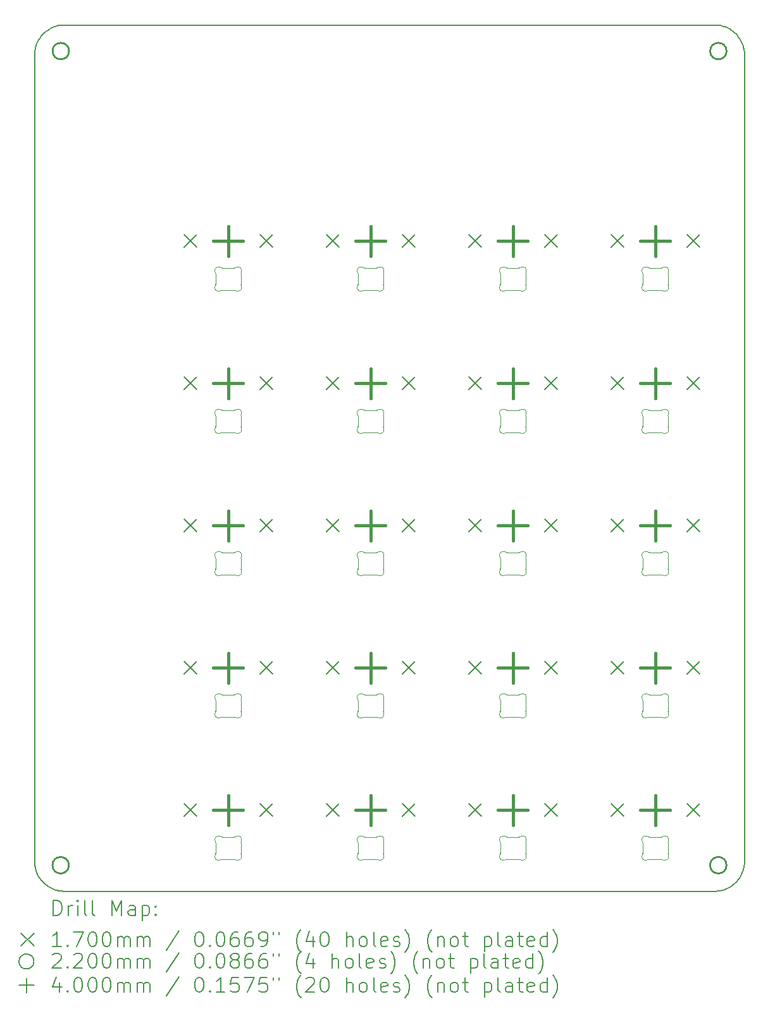
<source format=gbr>
%TF.GenerationSoftware,KiCad,Pcbnew,8.0.5*%
%TF.CreationDate,2024-11-15T15:43:04-05:00*%
%TF.ProjectId,bytesized_macropad,62797465-7369-47a6-9564-5f6d6163726f,rev?*%
%TF.SameCoordinates,Original*%
%TF.FileFunction,Drillmap*%
%TF.FilePolarity,Positive*%
%FSLAX45Y45*%
G04 Gerber Fmt 4.5, Leading zero omitted, Abs format (unit mm)*
G04 Created by KiCad (PCBNEW 8.0.5) date 2024-11-15 15:43:04*
%MOMM*%
%LPD*%
G01*
G04 APERTURE LIST*
%ADD10C,0.200000*%
%ADD11C,0.100000*%
%ADD12C,0.170000*%
%ADD13C,0.220000*%
%ADD14C,0.400000*%
G04 APERTURE END LIST*
D10*
X18212835Y-3075251D02*
X18232535Y-3076717D01*
X18252068Y-3079143D01*
X18271401Y-3082517D01*
X18290500Y-3086823D01*
X18309334Y-3092050D01*
X18327870Y-3098183D01*
X18346074Y-3105208D01*
X18363913Y-3113112D01*
X18381356Y-3121882D01*
X18398370Y-3131504D01*
X18414921Y-3141965D01*
X18430976Y-3153249D01*
X18446503Y-3165346D01*
X18461470Y-3178239D01*
X18475843Y-3191917D01*
X18489521Y-3206290D01*
X18502414Y-3221257D01*
X18514511Y-3236784D01*
X18525796Y-3252840D01*
X18536256Y-3269390D01*
X18545878Y-3286404D01*
X18554648Y-3303846D01*
X18562552Y-3321686D01*
X18569577Y-3339890D01*
X18575710Y-3358426D01*
X18580936Y-3377260D01*
X18585243Y-3396359D01*
X18588616Y-3415692D01*
X18591043Y-3435225D01*
X18592508Y-3454925D01*
X18593000Y-3474760D01*
X18593000Y-14274760D01*
X18592508Y-14294595D01*
X18591043Y-14314295D01*
X18588616Y-14333828D01*
X18585243Y-14353161D01*
X18580936Y-14372260D01*
X18575710Y-14391094D01*
X18569577Y-14409629D01*
X18562552Y-14427833D01*
X18554648Y-14445673D01*
X18545878Y-14463116D01*
X18536256Y-14480130D01*
X18525796Y-14496680D01*
X18514511Y-14512736D01*
X18502414Y-14528263D01*
X18489521Y-14543230D01*
X18475843Y-14557603D01*
X18461470Y-14571281D01*
X18446503Y-14584175D01*
X18430976Y-14596271D01*
X18414921Y-14607556D01*
X18398370Y-14618016D01*
X18381356Y-14627638D01*
X18363913Y-14636408D01*
X18346074Y-14644312D01*
X18327870Y-14651338D01*
X18309334Y-14657470D01*
X18290500Y-14662697D01*
X18271401Y-14667003D01*
X18252068Y-14670377D01*
X18232535Y-14672803D01*
X18212835Y-14674269D01*
X18193000Y-14674760D01*
X9493000Y-14674760D01*
X9473165Y-14674269D01*
X9453465Y-14672803D01*
X9433932Y-14670377D01*
X9414599Y-14667003D01*
X9395500Y-14662697D01*
X9376666Y-14657470D01*
X9358131Y-14651338D01*
X9339927Y-14644312D01*
X9322087Y-14636408D01*
X9304644Y-14627638D01*
X9287631Y-14618016D01*
X9271080Y-14607556D01*
X9255024Y-14596271D01*
X9239497Y-14584175D01*
X9224530Y-14571281D01*
X9210157Y-14557603D01*
X9196480Y-14543230D01*
X9183586Y-14528263D01*
X9171490Y-14512736D01*
X9160205Y-14496680D01*
X9149745Y-14480130D01*
X9140123Y-14463116D01*
X9131353Y-14445673D01*
X9123448Y-14427833D01*
X9116423Y-14409629D01*
X9110290Y-14391094D01*
X9105064Y-14372260D01*
X9100757Y-14353161D01*
X9097384Y-14333828D01*
X9094957Y-14314295D01*
X9093492Y-14294595D01*
X9093000Y-14274760D01*
X9093000Y-3474760D01*
X9093492Y-3454925D01*
X9094957Y-3435225D01*
X9097384Y-3415692D01*
X9100757Y-3396359D01*
X9105064Y-3377260D01*
X9110290Y-3358426D01*
X9116423Y-3339890D01*
X9123448Y-3321686D01*
X9131353Y-3303846D01*
X9140123Y-3286404D01*
X9149745Y-3269390D01*
X9160205Y-3252840D01*
X9171490Y-3236784D01*
X9183586Y-3221257D01*
X9196480Y-3206290D01*
X9210157Y-3191917D01*
X9224530Y-3178239D01*
X9239497Y-3165346D01*
X9255024Y-3153249D01*
X9271080Y-3141965D01*
X9287631Y-3131504D01*
X9304644Y-3121882D01*
X9322087Y-3113112D01*
X9339927Y-3105208D01*
X9358131Y-3098183D01*
X9376666Y-3092050D01*
X9395500Y-3086823D01*
X9414599Y-3082517D01*
X9433932Y-3079143D01*
X9453465Y-3076717D01*
X9473165Y-3075251D01*
X9493000Y-3074760D01*
X18193000Y-3074760D01*
X18212835Y-3075251D01*
D11*
X15324000Y-12262284D02*
X15324000Y-12121716D01*
X15414555Y-12042000D02*
X15573445Y-12042000D01*
X15573445Y-12342000D02*
X15414555Y-12342000D01*
X15664000Y-12121716D02*
X15664000Y-12262284D01*
X15319052Y-12100028D02*
G75*
G02*
X15324000Y-12121716I-45051J-21688D01*
G01*
X15319052Y-12100028D02*
G75*
G02*
X15389329Y-12035170I45052J21688D01*
G01*
X15324000Y-12262284D02*
G75*
G02*
X15319052Y-12283972I-49999J0D01*
G01*
X15389329Y-12348830D02*
G75*
G02*
X15319052Y-12283972I-25226J43170D01*
G01*
X15389329Y-12348830D02*
G75*
G02*
X15414555Y-12342000I25226J-43171D01*
G01*
X15414555Y-12042000D02*
G75*
G02*
X15389329Y-12035170I0J50001D01*
G01*
X15573445Y-12342000D02*
G75*
G02*
X15598671Y-12348830I0J-50001D01*
G01*
X15598671Y-12035170D02*
G75*
G02*
X15573445Y-12042000I-25226J43171D01*
G01*
X15598671Y-12035170D02*
G75*
G02*
X15668948Y-12100028I25226J-43170D01*
G01*
X15664000Y-12121716D02*
G75*
G02*
X15668948Y-12100028I49994J2D01*
G01*
X15668948Y-12283972D02*
G75*
G02*
X15598671Y-12348830I-45051J-21688D01*
G01*
X15668948Y-12283972D02*
G75*
G02*
X15664001Y-12262284I44992J21672D01*
G01*
X11514000Y-10357284D02*
X11514000Y-10216716D01*
X11604555Y-10137000D02*
X11763445Y-10137000D01*
X11763445Y-10437000D02*
X11604555Y-10437000D01*
X11854000Y-10216716D02*
X11854000Y-10357284D01*
X11509052Y-10195028D02*
G75*
G02*
X11514000Y-10216716I-45051J-21688D01*
G01*
X11509052Y-10195028D02*
G75*
G02*
X11579329Y-10130170I45052J21688D01*
G01*
X11514000Y-10357284D02*
G75*
G02*
X11509052Y-10378972I-49999J0D01*
G01*
X11579329Y-10443830D02*
G75*
G02*
X11509052Y-10378972I-25226J43170D01*
G01*
X11579329Y-10443830D02*
G75*
G02*
X11604555Y-10437000I25226J-43171D01*
G01*
X11604555Y-10137000D02*
G75*
G02*
X11579329Y-10130170I0J50001D01*
G01*
X11763445Y-10437000D02*
G75*
G02*
X11788671Y-10443830I0J-50001D01*
G01*
X11788671Y-10130170D02*
G75*
G02*
X11763445Y-10137000I-25226J43171D01*
G01*
X11788671Y-10130170D02*
G75*
G02*
X11858948Y-10195028I25226J-43170D01*
G01*
X11854000Y-10216716D02*
G75*
G02*
X11858948Y-10195028I49994J2D01*
G01*
X11858948Y-10378972D02*
G75*
G02*
X11788671Y-10443830I-45051J-21688D01*
G01*
X11858948Y-10378972D02*
G75*
G02*
X11854001Y-10357284I44992J21672D01*
G01*
X17229000Y-14167284D02*
X17229000Y-14026716D01*
X17319555Y-13947000D02*
X17478445Y-13947000D01*
X17478445Y-14247000D02*
X17319555Y-14247000D01*
X17569000Y-14026716D02*
X17569000Y-14167284D01*
X17224052Y-14005028D02*
G75*
G02*
X17229000Y-14026716I-45051J-21688D01*
G01*
X17224052Y-14005028D02*
G75*
G02*
X17294329Y-13940170I45052J21688D01*
G01*
X17229000Y-14167284D02*
G75*
G02*
X17224052Y-14188972I-49999J0D01*
G01*
X17294329Y-14253830D02*
G75*
G02*
X17224052Y-14188972I-25226J43170D01*
G01*
X17294329Y-14253830D02*
G75*
G02*
X17319555Y-14247000I25226J-43171D01*
G01*
X17319555Y-13947000D02*
G75*
G02*
X17294329Y-13940170I0J50001D01*
G01*
X17478445Y-14247000D02*
G75*
G02*
X17503671Y-14253830I0J-50001D01*
G01*
X17503671Y-13940170D02*
G75*
G02*
X17478445Y-13947000I-25226J43171D01*
G01*
X17503671Y-13940170D02*
G75*
G02*
X17573948Y-14005028I25226J-43170D01*
G01*
X17569000Y-14026716D02*
G75*
G02*
X17573948Y-14005028I49994J2D01*
G01*
X17573948Y-14188972D02*
G75*
G02*
X17503671Y-14253830I-45051J-21688D01*
G01*
X17573948Y-14188972D02*
G75*
G02*
X17569001Y-14167284I44992J21672D01*
G01*
X15324000Y-6547284D02*
X15324000Y-6406716D01*
X15414555Y-6327000D02*
X15573445Y-6327000D01*
X15573445Y-6627000D02*
X15414555Y-6627000D01*
X15664000Y-6406716D02*
X15664000Y-6547284D01*
X15319052Y-6385028D02*
G75*
G02*
X15324000Y-6406716I-45051J-21688D01*
G01*
X15319052Y-6385028D02*
G75*
G02*
X15389329Y-6320170I45052J21688D01*
G01*
X15324000Y-6547284D02*
G75*
G02*
X15319052Y-6568972I-49999J0D01*
G01*
X15389329Y-6633830D02*
G75*
G02*
X15319052Y-6568972I-25226J43170D01*
G01*
X15389329Y-6633830D02*
G75*
G02*
X15414555Y-6627000I25226J-43171D01*
G01*
X15414555Y-6327000D02*
G75*
G02*
X15389329Y-6320170I0J50001D01*
G01*
X15573445Y-6627000D02*
G75*
G02*
X15598671Y-6633830I0J-50001D01*
G01*
X15598671Y-6320170D02*
G75*
G02*
X15573445Y-6327000I-25226J43171D01*
G01*
X15598671Y-6320170D02*
G75*
G02*
X15668948Y-6385028I25226J-43170D01*
G01*
X15664000Y-6406716D02*
G75*
G02*
X15668948Y-6385028I49994J2D01*
G01*
X15668948Y-6568972D02*
G75*
G02*
X15598671Y-6633830I-45051J-21688D01*
G01*
X15668948Y-6568972D02*
G75*
G02*
X15664001Y-6547284I44992J21672D01*
G01*
X15324000Y-8452284D02*
X15324000Y-8311716D01*
X15414555Y-8232000D02*
X15573445Y-8232000D01*
X15573445Y-8532000D02*
X15414555Y-8532000D01*
X15664000Y-8311716D02*
X15664000Y-8452284D01*
X15319052Y-8290028D02*
G75*
G02*
X15324000Y-8311716I-45051J-21688D01*
G01*
X15319052Y-8290028D02*
G75*
G02*
X15389329Y-8225170I45052J21688D01*
G01*
X15324000Y-8452284D02*
G75*
G02*
X15319052Y-8473972I-49999J0D01*
G01*
X15389329Y-8538830D02*
G75*
G02*
X15319052Y-8473972I-25226J43170D01*
G01*
X15389329Y-8538830D02*
G75*
G02*
X15414555Y-8532000I25226J-43171D01*
G01*
X15414555Y-8232000D02*
G75*
G02*
X15389329Y-8225170I0J50001D01*
G01*
X15573445Y-8532000D02*
G75*
G02*
X15598671Y-8538830I0J-50001D01*
G01*
X15598671Y-8225170D02*
G75*
G02*
X15573445Y-8232000I-25226J43171D01*
G01*
X15598671Y-8225170D02*
G75*
G02*
X15668948Y-8290028I25226J-43170D01*
G01*
X15664000Y-8311716D02*
G75*
G02*
X15668948Y-8290028I49994J2D01*
G01*
X15668948Y-8473972D02*
G75*
G02*
X15598671Y-8538830I-45051J-21688D01*
G01*
X15668948Y-8473972D02*
G75*
G02*
X15664001Y-8452284I44992J21672D01*
G01*
X15324000Y-10357284D02*
X15324000Y-10216716D01*
X15414555Y-10137000D02*
X15573445Y-10137000D01*
X15573445Y-10437000D02*
X15414555Y-10437000D01*
X15664000Y-10216716D02*
X15664000Y-10357284D01*
X15319052Y-10195028D02*
G75*
G02*
X15324000Y-10216716I-45051J-21688D01*
G01*
X15319052Y-10195028D02*
G75*
G02*
X15389329Y-10130170I45052J21688D01*
G01*
X15324000Y-10357284D02*
G75*
G02*
X15319052Y-10378972I-49999J0D01*
G01*
X15389329Y-10443830D02*
G75*
G02*
X15319052Y-10378972I-25226J43170D01*
G01*
X15389329Y-10443830D02*
G75*
G02*
X15414555Y-10437000I25226J-43171D01*
G01*
X15414555Y-10137000D02*
G75*
G02*
X15389329Y-10130170I0J50001D01*
G01*
X15573445Y-10437000D02*
G75*
G02*
X15598671Y-10443830I0J-50001D01*
G01*
X15598671Y-10130170D02*
G75*
G02*
X15573445Y-10137000I-25226J43171D01*
G01*
X15598671Y-10130170D02*
G75*
G02*
X15668948Y-10195028I25226J-43170D01*
G01*
X15664000Y-10216716D02*
G75*
G02*
X15668948Y-10195028I49994J2D01*
G01*
X15668948Y-10378972D02*
G75*
G02*
X15598671Y-10443830I-45051J-21688D01*
G01*
X15668948Y-10378972D02*
G75*
G02*
X15664001Y-10357284I44992J21672D01*
G01*
X17229000Y-8452284D02*
X17229000Y-8311716D01*
X17319555Y-8232000D02*
X17478445Y-8232000D01*
X17478445Y-8532000D02*
X17319555Y-8532000D01*
X17569000Y-8311716D02*
X17569000Y-8452284D01*
X17224052Y-8290028D02*
G75*
G02*
X17229000Y-8311716I-45051J-21688D01*
G01*
X17224052Y-8290028D02*
G75*
G02*
X17294329Y-8225170I45052J21688D01*
G01*
X17229000Y-8452284D02*
G75*
G02*
X17224052Y-8473972I-49999J0D01*
G01*
X17294329Y-8538830D02*
G75*
G02*
X17224052Y-8473972I-25226J43170D01*
G01*
X17294329Y-8538830D02*
G75*
G02*
X17319555Y-8532000I25226J-43171D01*
G01*
X17319555Y-8232000D02*
G75*
G02*
X17294329Y-8225170I0J50001D01*
G01*
X17478445Y-8532000D02*
G75*
G02*
X17503671Y-8538830I0J-50001D01*
G01*
X17503671Y-8225170D02*
G75*
G02*
X17478445Y-8232000I-25226J43171D01*
G01*
X17503671Y-8225170D02*
G75*
G02*
X17573948Y-8290028I25226J-43170D01*
G01*
X17569000Y-8311716D02*
G75*
G02*
X17573948Y-8290028I49994J2D01*
G01*
X17573948Y-8473972D02*
G75*
G02*
X17503671Y-8538830I-45051J-21688D01*
G01*
X17573948Y-8473972D02*
G75*
G02*
X17569001Y-8452284I44992J21672D01*
G01*
X11514000Y-14167284D02*
X11514000Y-14026716D01*
X11604555Y-13947000D02*
X11763445Y-13947000D01*
X11763445Y-14247000D02*
X11604555Y-14247000D01*
X11854000Y-14026716D02*
X11854000Y-14167284D01*
X11509052Y-14005028D02*
G75*
G02*
X11514000Y-14026716I-45051J-21688D01*
G01*
X11509052Y-14005028D02*
G75*
G02*
X11579329Y-13940170I45052J21688D01*
G01*
X11514000Y-14167284D02*
G75*
G02*
X11509052Y-14188972I-49999J0D01*
G01*
X11579329Y-14253830D02*
G75*
G02*
X11509052Y-14188972I-25226J43170D01*
G01*
X11579329Y-14253830D02*
G75*
G02*
X11604555Y-14247000I25226J-43171D01*
G01*
X11604555Y-13947000D02*
G75*
G02*
X11579329Y-13940170I0J50001D01*
G01*
X11763445Y-14247000D02*
G75*
G02*
X11788671Y-14253830I0J-50001D01*
G01*
X11788671Y-13940170D02*
G75*
G02*
X11763445Y-13947000I-25226J43171D01*
G01*
X11788671Y-13940170D02*
G75*
G02*
X11858948Y-14005028I25226J-43170D01*
G01*
X11854000Y-14026716D02*
G75*
G02*
X11858948Y-14005028I49994J2D01*
G01*
X11858948Y-14188972D02*
G75*
G02*
X11788671Y-14253830I-45051J-21688D01*
G01*
X11858948Y-14188972D02*
G75*
G02*
X11854001Y-14167284I44992J21672D01*
G01*
X11514000Y-12262284D02*
X11514000Y-12121716D01*
X11604555Y-12042000D02*
X11763445Y-12042000D01*
X11763445Y-12342000D02*
X11604555Y-12342000D01*
X11854000Y-12121716D02*
X11854000Y-12262284D01*
X11509052Y-12100028D02*
G75*
G02*
X11514000Y-12121716I-45051J-21688D01*
G01*
X11509052Y-12100028D02*
G75*
G02*
X11579329Y-12035170I45052J21688D01*
G01*
X11514000Y-12262284D02*
G75*
G02*
X11509052Y-12283972I-49999J0D01*
G01*
X11579329Y-12348830D02*
G75*
G02*
X11509052Y-12283972I-25226J43170D01*
G01*
X11579329Y-12348830D02*
G75*
G02*
X11604555Y-12342000I25226J-43171D01*
G01*
X11604555Y-12042000D02*
G75*
G02*
X11579329Y-12035170I0J50001D01*
G01*
X11763445Y-12342000D02*
G75*
G02*
X11788671Y-12348830I0J-50001D01*
G01*
X11788671Y-12035170D02*
G75*
G02*
X11763445Y-12042000I-25226J43171D01*
G01*
X11788671Y-12035170D02*
G75*
G02*
X11858948Y-12100028I25226J-43170D01*
G01*
X11854000Y-12121716D02*
G75*
G02*
X11858948Y-12100028I49994J2D01*
G01*
X11858948Y-12283972D02*
G75*
G02*
X11788671Y-12348830I-45051J-21688D01*
G01*
X11858948Y-12283972D02*
G75*
G02*
X11854001Y-12262284I44992J21672D01*
G01*
X17229000Y-12262284D02*
X17229000Y-12121716D01*
X17319555Y-12042000D02*
X17478445Y-12042000D01*
X17478445Y-12342000D02*
X17319555Y-12342000D01*
X17569000Y-12121716D02*
X17569000Y-12262284D01*
X17224052Y-12100028D02*
G75*
G02*
X17229000Y-12121716I-45051J-21688D01*
G01*
X17224052Y-12100028D02*
G75*
G02*
X17294329Y-12035170I45052J21688D01*
G01*
X17229000Y-12262284D02*
G75*
G02*
X17224052Y-12283972I-49999J0D01*
G01*
X17294329Y-12348830D02*
G75*
G02*
X17224052Y-12283972I-25226J43170D01*
G01*
X17294329Y-12348830D02*
G75*
G02*
X17319555Y-12342000I25226J-43171D01*
G01*
X17319555Y-12042000D02*
G75*
G02*
X17294329Y-12035170I0J50001D01*
G01*
X17478445Y-12342000D02*
G75*
G02*
X17503671Y-12348830I0J-50001D01*
G01*
X17503671Y-12035170D02*
G75*
G02*
X17478445Y-12042000I-25226J43171D01*
G01*
X17503671Y-12035170D02*
G75*
G02*
X17573948Y-12100028I25226J-43170D01*
G01*
X17569000Y-12121716D02*
G75*
G02*
X17573948Y-12100028I49994J2D01*
G01*
X17573948Y-12283972D02*
G75*
G02*
X17503671Y-12348830I-45051J-21688D01*
G01*
X17573948Y-12283972D02*
G75*
G02*
X17569001Y-12262284I44992J21672D01*
G01*
X11514000Y-6547284D02*
X11514000Y-6406716D01*
X11604555Y-6327000D02*
X11763445Y-6327000D01*
X11763445Y-6627000D02*
X11604555Y-6627000D01*
X11854000Y-6406716D02*
X11854000Y-6547284D01*
X11509052Y-6385028D02*
G75*
G02*
X11514000Y-6406716I-45051J-21688D01*
G01*
X11509052Y-6385028D02*
G75*
G02*
X11579329Y-6320170I45052J21688D01*
G01*
X11514000Y-6547284D02*
G75*
G02*
X11509052Y-6568972I-49999J0D01*
G01*
X11579329Y-6633830D02*
G75*
G02*
X11509052Y-6568972I-25226J43170D01*
G01*
X11579329Y-6633830D02*
G75*
G02*
X11604555Y-6627000I25226J-43171D01*
G01*
X11604555Y-6327000D02*
G75*
G02*
X11579329Y-6320170I0J50001D01*
G01*
X11763445Y-6627000D02*
G75*
G02*
X11788671Y-6633830I0J-50001D01*
G01*
X11788671Y-6320170D02*
G75*
G02*
X11763445Y-6327000I-25226J43171D01*
G01*
X11788671Y-6320170D02*
G75*
G02*
X11858948Y-6385028I25226J-43170D01*
G01*
X11854000Y-6406716D02*
G75*
G02*
X11858948Y-6385028I49994J2D01*
G01*
X11858948Y-6568972D02*
G75*
G02*
X11788671Y-6633830I-45051J-21688D01*
G01*
X11858948Y-6568972D02*
G75*
G02*
X11854001Y-6547284I44992J21672D01*
G01*
X13419000Y-6547284D02*
X13419000Y-6406716D01*
X13509555Y-6327000D02*
X13668445Y-6327000D01*
X13668445Y-6627000D02*
X13509555Y-6627000D01*
X13759000Y-6406716D02*
X13759000Y-6547284D01*
X13414052Y-6385028D02*
G75*
G02*
X13419000Y-6406716I-45051J-21688D01*
G01*
X13414052Y-6385028D02*
G75*
G02*
X13484329Y-6320170I45052J21688D01*
G01*
X13419000Y-6547284D02*
G75*
G02*
X13414052Y-6568972I-49999J0D01*
G01*
X13484329Y-6633830D02*
G75*
G02*
X13414052Y-6568972I-25226J43170D01*
G01*
X13484329Y-6633830D02*
G75*
G02*
X13509555Y-6627000I25226J-43171D01*
G01*
X13509555Y-6327000D02*
G75*
G02*
X13484329Y-6320170I0J50001D01*
G01*
X13668445Y-6627000D02*
G75*
G02*
X13693671Y-6633830I0J-50001D01*
G01*
X13693671Y-6320170D02*
G75*
G02*
X13668445Y-6327000I-25226J43171D01*
G01*
X13693671Y-6320170D02*
G75*
G02*
X13763948Y-6385028I25226J-43170D01*
G01*
X13759000Y-6406716D02*
G75*
G02*
X13763948Y-6385028I49994J2D01*
G01*
X13763948Y-6568972D02*
G75*
G02*
X13693671Y-6633830I-45051J-21688D01*
G01*
X13763948Y-6568972D02*
G75*
G02*
X13759001Y-6547284I44992J21672D01*
G01*
X17229000Y-6547284D02*
X17229000Y-6406716D01*
X17319555Y-6327000D02*
X17478445Y-6327000D01*
X17478445Y-6627000D02*
X17319555Y-6627000D01*
X17569000Y-6406716D02*
X17569000Y-6547284D01*
X17224052Y-6385028D02*
G75*
G02*
X17229000Y-6406716I-45051J-21688D01*
G01*
X17224052Y-6385028D02*
G75*
G02*
X17294329Y-6320170I45052J21688D01*
G01*
X17229000Y-6547284D02*
G75*
G02*
X17224052Y-6568972I-49999J0D01*
G01*
X17294329Y-6633830D02*
G75*
G02*
X17224052Y-6568972I-25226J43170D01*
G01*
X17294329Y-6633830D02*
G75*
G02*
X17319555Y-6627000I25226J-43171D01*
G01*
X17319555Y-6327000D02*
G75*
G02*
X17294329Y-6320170I0J50001D01*
G01*
X17478445Y-6627000D02*
G75*
G02*
X17503671Y-6633830I0J-50001D01*
G01*
X17503671Y-6320170D02*
G75*
G02*
X17478445Y-6327000I-25226J43171D01*
G01*
X17503671Y-6320170D02*
G75*
G02*
X17573948Y-6385028I25226J-43170D01*
G01*
X17569000Y-6406716D02*
G75*
G02*
X17573948Y-6385028I49994J2D01*
G01*
X17573948Y-6568972D02*
G75*
G02*
X17503671Y-6633830I-45051J-21688D01*
G01*
X17573948Y-6568972D02*
G75*
G02*
X17569001Y-6547284I44992J21672D01*
G01*
X13419000Y-10357284D02*
X13419000Y-10216716D01*
X13509555Y-10137000D02*
X13668445Y-10137000D01*
X13668445Y-10437000D02*
X13509555Y-10437000D01*
X13759000Y-10216716D02*
X13759000Y-10357284D01*
X13414052Y-10195028D02*
G75*
G02*
X13419000Y-10216716I-45051J-21688D01*
G01*
X13414052Y-10195028D02*
G75*
G02*
X13484329Y-10130170I45052J21688D01*
G01*
X13419000Y-10357284D02*
G75*
G02*
X13414052Y-10378972I-49999J0D01*
G01*
X13484329Y-10443830D02*
G75*
G02*
X13414052Y-10378972I-25226J43170D01*
G01*
X13484329Y-10443830D02*
G75*
G02*
X13509555Y-10437000I25226J-43171D01*
G01*
X13509555Y-10137000D02*
G75*
G02*
X13484329Y-10130170I0J50001D01*
G01*
X13668445Y-10437000D02*
G75*
G02*
X13693671Y-10443830I0J-50001D01*
G01*
X13693671Y-10130170D02*
G75*
G02*
X13668445Y-10137000I-25226J43171D01*
G01*
X13693671Y-10130170D02*
G75*
G02*
X13763948Y-10195028I25226J-43170D01*
G01*
X13759000Y-10216716D02*
G75*
G02*
X13763948Y-10195028I49994J2D01*
G01*
X13763948Y-10378972D02*
G75*
G02*
X13693671Y-10443830I-45051J-21688D01*
G01*
X13763948Y-10378972D02*
G75*
G02*
X13759001Y-10357284I44992J21672D01*
G01*
X15324000Y-14167284D02*
X15324000Y-14026716D01*
X15414555Y-13947000D02*
X15573445Y-13947000D01*
X15573445Y-14247000D02*
X15414555Y-14247000D01*
X15664000Y-14026716D02*
X15664000Y-14167284D01*
X15319052Y-14005028D02*
G75*
G02*
X15324000Y-14026716I-45051J-21688D01*
G01*
X15319052Y-14005028D02*
G75*
G02*
X15389329Y-13940170I45052J21688D01*
G01*
X15324000Y-14167284D02*
G75*
G02*
X15319052Y-14188972I-49999J0D01*
G01*
X15389329Y-14253830D02*
G75*
G02*
X15319052Y-14188972I-25226J43170D01*
G01*
X15389329Y-14253830D02*
G75*
G02*
X15414555Y-14247000I25226J-43171D01*
G01*
X15414555Y-13947000D02*
G75*
G02*
X15389329Y-13940170I0J50001D01*
G01*
X15573445Y-14247000D02*
G75*
G02*
X15598671Y-14253830I0J-50001D01*
G01*
X15598671Y-13940170D02*
G75*
G02*
X15573445Y-13947000I-25226J43171D01*
G01*
X15598671Y-13940170D02*
G75*
G02*
X15668948Y-14005028I25226J-43170D01*
G01*
X15664000Y-14026716D02*
G75*
G02*
X15668948Y-14005028I49994J2D01*
G01*
X15668948Y-14188972D02*
G75*
G02*
X15598671Y-14253830I-45051J-21688D01*
G01*
X15668948Y-14188972D02*
G75*
G02*
X15664001Y-14167284I44992J21672D01*
G01*
X11514000Y-8452284D02*
X11514000Y-8311716D01*
X11604555Y-8232000D02*
X11763445Y-8232000D01*
X11763445Y-8532000D02*
X11604555Y-8532000D01*
X11854000Y-8311716D02*
X11854000Y-8452284D01*
X11509052Y-8290028D02*
G75*
G02*
X11514000Y-8311716I-45051J-21688D01*
G01*
X11509052Y-8290028D02*
G75*
G02*
X11579329Y-8225170I45052J21688D01*
G01*
X11514000Y-8452284D02*
G75*
G02*
X11509052Y-8473972I-49999J0D01*
G01*
X11579329Y-8538830D02*
G75*
G02*
X11509052Y-8473972I-25226J43170D01*
G01*
X11579329Y-8538830D02*
G75*
G02*
X11604555Y-8532000I25226J-43171D01*
G01*
X11604555Y-8232000D02*
G75*
G02*
X11579329Y-8225170I0J50001D01*
G01*
X11763445Y-8532000D02*
G75*
G02*
X11788671Y-8538830I0J-50001D01*
G01*
X11788671Y-8225170D02*
G75*
G02*
X11763445Y-8232000I-25226J43171D01*
G01*
X11788671Y-8225170D02*
G75*
G02*
X11858948Y-8290028I25226J-43170D01*
G01*
X11854000Y-8311716D02*
G75*
G02*
X11858948Y-8290028I49994J2D01*
G01*
X11858948Y-8473972D02*
G75*
G02*
X11788671Y-8538830I-45051J-21688D01*
G01*
X11858948Y-8473972D02*
G75*
G02*
X11854001Y-8452284I44992J21672D01*
G01*
X13419000Y-14167284D02*
X13419000Y-14026716D01*
X13509555Y-13947000D02*
X13668445Y-13947000D01*
X13668445Y-14247000D02*
X13509555Y-14247000D01*
X13759000Y-14026716D02*
X13759000Y-14167284D01*
X13414052Y-14005028D02*
G75*
G02*
X13419000Y-14026716I-45051J-21688D01*
G01*
X13414052Y-14005028D02*
G75*
G02*
X13484329Y-13940170I45052J21688D01*
G01*
X13419000Y-14167284D02*
G75*
G02*
X13414052Y-14188972I-49999J0D01*
G01*
X13484329Y-14253830D02*
G75*
G02*
X13414052Y-14188972I-25226J43170D01*
G01*
X13484329Y-14253830D02*
G75*
G02*
X13509555Y-14247000I25226J-43171D01*
G01*
X13509555Y-13947000D02*
G75*
G02*
X13484329Y-13940170I0J50001D01*
G01*
X13668445Y-14247000D02*
G75*
G02*
X13693671Y-14253830I0J-50001D01*
G01*
X13693671Y-13940170D02*
G75*
G02*
X13668445Y-13947000I-25226J43171D01*
G01*
X13693671Y-13940170D02*
G75*
G02*
X13763948Y-14005028I25226J-43170D01*
G01*
X13759000Y-14026716D02*
G75*
G02*
X13763948Y-14005028I49994J2D01*
G01*
X13763948Y-14188972D02*
G75*
G02*
X13693671Y-14253830I-45051J-21688D01*
G01*
X13763948Y-14188972D02*
G75*
G02*
X13759001Y-14167284I44992J21672D01*
G01*
X13419000Y-8452284D02*
X13419000Y-8311716D01*
X13509555Y-8232000D02*
X13668445Y-8232000D01*
X13668445Y-8532000D02*
X13509555Y-8532000D01*
X13759000Y-8311716D02*
X13759000Y-8452284D01*
X13414052Y-8290028D02*
G75*
G02*
X13419000Y-8311716I-45051J-21688D01*
G01*
X13414052Y-8290028D02*
G75*
G02*
X13484329Y-8225170I45052J21688D01*
G01*
X13419000Y-8452284D02*
G75*
G02*
X13414052Y-8473972I-49999J0D01*
G01*
X13484329Y-8538830D02*
G75*
G02*
X13414052Y-8473972I-25226J43170D01*
G01*
X13484329Y-8538830D02*
G75*
G02*
X13509555Y-8532000I25226J-43171D01*
G01*
X13509555Y-8232000D02*
G75*
G02*
X13484329Y-8225170I0J50001D01*
G01*
X13668445Y-8532000D02*
G75*
G02*
X13693671Y-8538830I0J-50001D01*
G01*
X13693671Y-8225170D02*
G75*
G02*
X13668445Y-8232000I-25226J43171D01*
G01*
X13693671Y-8225170D02*
G75*
G02*
X13763948Y-8290028I25226J-43170D01*
G01*
X13759000Y-8311716D02*
G75*
G02*
X13763948Y-8290028I49994J2D01*
G01*
X13763948Y-8473972D02*
G75*
G02*
X13693671Y-8538830I-45051J-21688D01*
G01*
X13763948Y-8473972D02*
G75*
G02*
X13759001Y-8452284I44992J21672D01*
G01*
X17229000Y-10357284D02*
X17229000Y-10216716D01*
X17319555Y-10137000D02*
X17478445Y-10137000D01*
X17478445Y-10437000D02*
X17319555Y-10437000D01*
X17569000Y-10216716D02*
X17569000Y-10357284D01*
X17224052Y-10195028D02*
G75*
G02*
X17229000Y-10216716I-45051J-21688D01*
G01*
X17224052Y-10195028D02*
G75*
G02*
X17294329Y-10130170I45052J21688D01*
G01*
X17229000Y-10357284D02*
G75*
G02*
X17224052Y-10378972I-49999J0D01*
G01*
X17294329Y-10443830D02*
G75*
G02*
X17224052Y-10378972I-25226J43170D01*
G01*
X17294329Y-10443830D02*
G75*
G02*
X17319555Y-10437000I25226J-43171D01*
G01*
X17319555Y-10137000D02*
G75*
G02*
X17294329Y-10130170I0J50001D01*
G01*
X17478445Y-10437000D02*
G75*
G02*
X17503671Y-10443830I0J-50001D01*
G01*
X17503671Y-10130170D02*
G75*
G02*
X17478445Y-10137000I-25226J43171D01*
G01*
X17503671Y-10130170D02*
G75*
G02*
X17573948Y-10195028I25226J-43170D01*
G01*
X17569000Y-10216716D02*
G75*
G02*
X17573948Y-10195028I49994J2D01*
G01*
X17573948Y-10378972D02*
G75*
G02*
X17503671Y-10443830I-45051J-21688D01*
G01*
X17573948Y-10378972D02*
G75*
G02*
X17569001Y-10357284I44992J21672D01*
G01*
X13419000Y-12262284D02*
X13419000Y-12121716D01*
X13509555Y-12042000D02*
X13668445Y-12042000D01*
X13668445Y-12342000D02*
X13509555Y-12342000D01*
X13759000Y-12121716D02*
X13759000Y-12262284D01*
X13414052Y-12100028D02*
G75*
G02*
X13419000Y-12121716I-45051J-21688D01*
G01*
X13414052Y-12100028D02*
G75*
G02*
X13484329Y-12035170I45052J21688D01*
G01*
X13419000Y-12262284D02*
G75*
G02*
X13414052Y-12283972I-49999J0D01*
G01*
X13484329Y-12348830D02*
G75*
G02*
X13414052Y-12283972I-25226J43170D01*
G01*
X13484329Y-12348830D02*
G75*
G02*
X13509555Y-12342000I25226J-43171D01*
G01*
X13509555Y-12042000D02*
G75*
G02*
X13484329Y-12035170I0J50001D01*
G01*
X13668445Y-12342000D02*
G75*
G02*
X13693671Y-12348830I0J-50001D01*
G01*
X13693671Y-12035170D02*
G75*
G02*
X13668445Y-12042000I-25226J43171D01*
G01*
X13693671Y-12035170D02*
G75*
G02*
X13763948Y-12100028I25226J-43170D01*
G01*
X13759000Y-12121716D02*
G75*
G02*
X13763948Y-12100028I49994J2D01*
G01*
X13763948Y-12283972D02*
G75*
G02*
X13693671Y-12348830I-45051J-21688D01*
G01*
X13763948Y-12283972D02*
G75*
G02*
X13759001Y-12262284I44992J21672D01*
G01*
D10*
D12*
X11091000Y-5884000D02*
X11261000Y-6054000D01*
X11261000Y-5884000D02*
X11091000Y-6054000D01*
X11091000Y-7789000D02*
X11261000Y-7959000D01*
X11261000Y-7789000D02*
X11091000Y-7959000D01*
X11091000Y-9694000D02*
X11261000Y-9864000D01*
X11261000Y-9694000D02*
X11091000Y-9864000D01*
X11091000Y-11599000D02*
X11261000Y-11769000D01*
X11261000Y-11599000D02*
X11091000Y-11769000D01*
X11091000Y-13504000D02*
X11261000Y-13674000D01*
X11261000Y-13504000D02*
X11091000Y-13674000D01*
X12107000Y-5884000D02*
X12277000Y-6054000D01*
X12277000Y-5884000D02*
X12107000Y-6054000D01*
X12107000Y-7789000D02*
X12277000Y-7959000D01*
X12277000Y-7789000D02*
X12107000Y-7959000D01*
X12107000Y-9694000D02*
X12277000Y-9864000D01*
X12277000Y-9694000D02*
X12107000Y-9864000D01*
X12107000Y-11599000D02*
X12277000Y-11769000D01*
X12277000Y-11599000D02*
X12107000Y-11769000D01*
X12107000Y-13504000D02*
X12277000Y-13674000D01*
X12277000Y-13504000D02*
X12107000Y-13674000D01*
X12996000Y-5884000D02*
X13166000Y-6054000D01*
X13166000Y-5884000D02*
X12996000Y-6054000D01*
X12996000Y-7789000D02*
X13166000Y-7959000D01*
X13166000Y-7789000D02*
X12996000Y-7959000D01*
X12996000Y-9694000D02*
X13166000Y-9864000D01*
X13166000Y-9694000D02*
X12996000Y-9864000D01*
X12996000Y-11599000D02*
X13166000Y-11769000D01*
X13166000Y-11599000D02*
X12996000Y-11769000D01*
X12996000Y-13504000D02*
X13166000Y-13674000D01*
X13166000Y-13504000D02*
X12996000Y-13674000D01*
X14012000Y-5884000D02*
X14182000Y-6054000D01*
X14182000Y-5884000D02*
X14012000Y-6054000D01*
X14012000Y-7789000D02*
X14182000Y-7959000D01*
X14182000Y-7789000D02*
X14012000Y-7959000D01*
X14012000Y-9694000D02*
X14182000Y-9864000D01*
X14182000Y-9694000D02*
X14012000Y-9864000D01*
X14012000Y-11599000D02*
X14182000Y-11769000D01*
X14182000Y-11599000D02*
X14012000Y-11769000D01*
X14012000Y-13504000D02*
X14182000Y-13674000D01*
X14182000Y-13504000D02*
X14012000Y-13674000D01*
X14901000Y-5884000D02*
X15071000Y-6054000D01*
X15071000Y-5884000D02*
X14901000Y-6054000D01*
X14901000Y-7789000D02*
X15071000Y-7959000D01*
X15071000Y-7789000D02*
X14901000Y-7959000D01*
X14901000Y-9694000D02*
X15071000Y-9864000D01*
X15071000Y-9694000D02*
X14901000Y-9864000D01*
X14901000Y-11599000D02*
X15071000Y-11769000D01*
X15071000Y-11599000D02*
X14901000Y-11769000D01*
X14901000Y-13504000D02*
X15071000Y-13674000D01*
X15071000Y-13504000D02*
X14901000Y-13674000D01*
X15917000Y-5884000D02*
X16087000Y-6054000D01*
X16087000Y-5884000D02*
X15917000Y-6054000D01*
X15917000Y-7789000D02*
X16087000Y-7959000D01*
X16087000Y-7789000D02*
X15917000Y-7959000D01*
X15917000Y-9694000D02*
X16087000Y-9864000D01*
X16087000Y-9694000D02*
X15917000Y-9864000D01*
X15917000Y-11599000D02*
X16087000Y-11769000D01*
X16087000Y-11599000D02*
X15917000Y-11769000D01*
X15917000Y-13504000D02*
X16087000Y-13674000D01*
X16087000Y-13504000D02*
X15917000Y-13674000D01*
X16806000Y-5884000D02*
X16976000Y-6054000D01*
X16976000Y-5884000D02*
X16806000Y-6054000D01*
X16806000Y-7789000D02*
X16976000Y-7959000D01*
X16976000Y-7789000D02*
X16806000Y-7959000D01*
X16806000Y-9694000D02*
X16976000Y-9864000D01*
X16976000Y-9694000D02*
X16806000Y-9864000D01*
X16806000Y-11599000D02*
X16976000Y-11769000D01*
X16976000Y-11599000D02*
X16806000Y-11769000D01*
X16806000Y-13504000D02*
X16976000Y-13674000D01*
X16976000Y-13504000D02*
X16806000Y-13674000D01*
X17822000Y-5884000D02*
X17992000Y-6054000D01*
X17992000Y-5884000D02*
X17822000Y-6054000D01*
X17822000Y-7789000D02*
X17992000Y-7959000D01*
X17992000Y-7789000D02*
X17822000Y-7959000D01*
X17822000Y-9694000D02*
X17992000Y-9864000D01*
X17992000Y-9694000D02*
X17822000Y-9864000D01*
X17822000Y-11599000D02*
X17992000Y-11769000D01*
X17992000Y-11599000D02*
X17822000Y-11769000D01*
X17822000Y-13504000D02*
X17992000Y-13674000D01*
X17992000Y-13504000D02*
X17822000Y-13674000D01*
D13*
X9550920Y-14326120D02*
G75*
G02*
X9330920Y-14326120I-110000J0D01*
G01*
X9330920Y-14326120D02*
G75*
G02*
X9550920Y-14326120I110000J0D01*
G01*
X9553200Y-3423400D02*
G75*
G02*
X9333200Y-3423400I-110000J0D01*
G01*
X9333200Y-3423400D02*
G75*
G02*
X9553200Y-3423400I110000J0D01*
G01*
X18352540Y-14325860D02*
G75*
G02*
X18132540Y-14325860I-110000J0D01*
G01*
X18132540Y-14325860D02*
G75*
G02*
X18352540Y-14325860I110000J0D01*
G01*
X18352800Y-3423400D02*
G75*
G02*
X18132800Y-3423400I-110000J0D01*
G01*
X18132800Y-3423400D02*
G75*
G02*
X18352800Y-3423400I110000J0D01*
G01*
D14*
X11684000Y-5769000D02*
X11684000Y-6169000D01*
X11484000Y-5969000D02*
X11884000Y-5969000D01*
X11684000Y-7674000D02*
X11684000Y-8074000D01*
X11484000Y-7874000D02*
X11884000Y-7874000D01*
X11684000Y-9579000D02*
X11684000Y-9979000D01*
X11484000Y-9779000D02*
X11884000Y-9779000D01*
X11684000Y-11484000D02*
X11684000Y-11884000D01*
X11484000Y-11684000D02*
X11884000Y-11684000D01*
X11684000Y-13389000D02*
X11684000Y-13789000D01*
X11484000Y-13589000D02*
X11884000Y-13589000D01*
X13589000Y-5769000D02*
X13589000Y-6169000D01*
X13389000Y-5969000D02*
X13789000Y-5969000D01*
X13589000Y-7674000D02*
X13589000Y-8074000D01*
X13389000Y-7874000D02*
X13789000Y-7874000D01*
X13589000Y-9579000D02*
X13589000Y-9979000D01*
X13389000Y-9779000D02*
X13789000Y-9779000D01*
X13589000Y-11484000D02*
X13589000Y-11884000D01*
X13389000Y-11684000D02*
X13789000Y-11684000D01*
X13589000Y-13389000D02*
X13589000Y-13789000D01*
X13389000Y-13589000D02*
X13789000Y-13589000D01*
X15494000Y-5769000D02*
X15494000Y-6169000D01*
X15294000Y-5969000D02*
X15694000Y-5969000D01*
X15494000Y-7674000D02*
X15494000Y-8074000D01*
X15294000Y-7874000D02*
X15694000Y-7874000D01*
X15494000Y-9579000D02*
X15494000Y-9979000D01*
X15294000Y-9779000D02*
X15694000Y-9779000D01*
X15494000Y-11484000D02*
X15494000Y-11884000D01*
X15294000Y-11684000D02*
X15694000Y-11684000D01*
X15494000Y-13389000D02*
X15494000Y-13789000D01*
X15294000Y-13589000D02*
X15694000Y-13589000D01*
X17399000Y-5769000D02*
X17399000Y-6169000D01*
X17199000Y-5969000D02*
X17599000Y-5969000D01*
X17399000Y-7674000D02*
X17399000Y-8074000D01*
X17199000Y-7874000D02*
X17599000Y-7874000D01*
X17399000Y-9579000D02*
X17399000Y-9979000D01*
X17199000Y-9779000D02*
X17599000Y-9779000D01*
X17399000Y-11484000D02*
X17399000Y-11884000D01*
X17199000Y-11684000D02*
X17599000Y-11684000D01*
X17399000Y-13389000D02*
X17399000Y-13789000D01*
X17199000Y-13589000D02*
X17599000Y-13589000D01*
D10*
X9343777Y-14996244D02*
X9343777Y-14796244D01*
X9343777Y-14796244D02*
X9391396Y-14796244D01*
X9391396Y-14796244D02*
X9419967Y-14805768D01*
X9419967Y-14805768D02*
X9439015Y-14824815D01*
X9439015Y-14824815D02*
X9448539Y-14843863D01*
X9448539Y-14843863D02*
X9458063Y-14881958D01*
X9458063Y-14881958D02*
X9458063Y-14910530D01*
X9458063Y-14910530D02*
X9448539Y-14948625D01*
X9448539Y-14948625D02*
X9439015Y-14967672D01*
X9439015Y-14967672D02*
X9419967Y-14986720D01*
X9419967Y-14986720D02*
X9391396Y-14996244D01*
X9391396Y-14996244D02*
X9343777Y-14996244D01*
X9543777Y-14996244D02*
X9543777Y-14862911D01*
X9543777Y-14901006D02*
X9553301Y-14881958D01*
X9553301Y-14881958D02*
X9562824Y-14872434D01*
X9562824Y-14872434D02*
X9581872Y-14862911D01*
X9581872Y-14862911D02*
X9600920Y-14862911D01*
X9667586Y-14996244D02*
X9667586Y-14862911D01*
X9667586Y-14796244D02*
X9658063Y-14805768D01*
X9658063Y-14805768D02*
X9667586Y-14815292D01*
X9667586Y-14815292D02*
X9677110Y-14805768D01*
X9677110Y-14805768D02*
X9667586Y-14796244D01*
X9667586Y-14796244D02*
X9667586Y-14815292D01*
X9791396Y-14996244D02*
X9772348Y-14986720D01*
X9772348Y-14986720D02*
X9762824Y-14967672D01*
X9762824Y-14967672D02*
X9762824Y-14796244D01*
X9896158Y-14996244D02*
X9877110Y-14986720D01*
X9877110Y-14986720D02*
X9867586Y-14967672D01*
X9867586Y-14967672D02*
X9867586Y-14796244D01*
X10124729Y-14996244D02*
X10124729Y-14796244D01*
X10124729Y-14796244D02*
X10191396Y-14939101D01*
X10191396Y-14939101D02*
X10258063Y-14796244D01*
X10258063Y-14796244D02*
X10258063Y-14996244D01*
X10439015Y-14996244D02*
X10439015Y-14891482D01*
X10439015Y-14891482D02*
X10429491Y-14872434D01*
X10429491Y-14872434D02*
X10410444Y-14862911D01*
X10410444Y-14862911D02*
X10372348Y-14862911D01*
X10372348Y-14862911D02*
X10353301Y-14872434D01*
X10439015Y-14986720D02*
X10419967Y-14996244D01*
X10419967Y-14996244D02*
X10372348Y-14996244D01*
X10372348Y-14996244D02*
X10353301Y-14986720D01*
X10353301Y-14986720D02*
X10343777Y-14967672D01*
X10343777Y-14967672D02*
X10343777Y-14948625D01*
X10343777Y-14948625D02*
X10353301Y-14929577D01*
X10353301Y-14929577D02*
X10372348Y-14920053D01*
X10372348Y-14920053D02*
X10419967Y-14920053D01*
X10419967Y-14920053D02*
X10439015Y-14910530D01*
X10534253Y-14862911D02*
X10534253Y-15062911D01*
X10534253Y-14872434D02*
X10553301Y-14862911D01*
X10553301Y-14862911D02*
X10591396Y-14862911D01*
X10591396Y-14862911D02*
X10610444Y-14872434D01*
X10610444Y-14872434D02*
X10619967Y-14881958D01*
X10619967Y-14881958D02*
X10629491Y-14901006D01*
X10629491Y-14901006D02*
X10629491Y-14958149D01*
X10629491Y-14958149D02*
X10619967Y-14977196D01*
X10619967Y-14977196D02*
X10610444Y-14986720D01*
X10610444Y-14986720D02*
X10591396Y-14996244D01*
X10591396Y-14996244D02*
X10553301Y-14996244D01*
X10553301Y-14996244D02*
X10534253Y-14986720D01*
X10715205Y-14977196D02*
X10724729Y-14986720D01*
X10724729Y-14986720D02*
X10715205Y-14996244D01*
X10715205Y-14996244D02*
X10705682Y-14986720D01*
X10705682Y-14986720D02*
X10715205Y-14977196D01*
X10715205Y-14977196D02*
X10715205Y-14996244D01*
X10715205Y-14872434D02*
X10724729Y-14881958D01*
X10724729Y-14881958D02*
X10715205Y-14891482D01*
X10715205Y-14891482D02*
X10705682Y-14881958D01*
X10705682Y-14881958D02*
X10715205Y-14872434D01*
X10715205Y-14872434D02*
X10715205Y-14891482D01*
D12*
X8913000Y-15239760D02*
X9083000Y-15409760D01*
X9083000Y-15239760D02*
X8913000Y-15409760D01*
D10*
X9448539Y-15416244D02*
X9334253Y-15416244D01*
X9391396Y-15416244D02*
X9391396Y-15216244D01*
X9391396Y-15216244D02*
X9372348Y-15244815D01*
X9372348Y-15244815D02*
X9353301Y-15263863D01*
X9353301Y-15263863D02*
X9334253Y-15273387D01*
X9534253Y-15397196D02*
X9543777Y-15406720D01*
X9543777Y-15406720D02*
X9534253Y-15416244D01*
X9534253Y-15416244D02*
X9524729Y-15406720D01*
X9524729Y-15406720D02*
X9534253Y-15397196D01*
X9534253Y-15397196D02*
X9534253Y-15416244D01*
X9610444Y-15216244D02*
X9743777Y-15216244D01*
X9743777Y-15216244D02*
X9658063Y-15416244D01*
X9858063Y-15216244D02*
X9877110Y-15216244D01*
X9877110Y-15216244D02*
X9896158Y-15225768D01*
X9896158Y-15225768D02*
X9905682Y-15235292D01*
X9905682Y-15235292D02*
X9915205Y-15254339D01*
X9915205Y-15254339D02*
X9924729Y-15292434D01*
X9924729Y-15292434D02*
X9924729Y-15340053D01*
X9924729Y-15340053D02*
X9915205Y-15378149D01*
X9915205Y-15378149D02*
X9905682Y-15397196D01*
X9905682Y-15397196D02*
X9896158Y-15406720D01*
X9896158Y-15406720D02*
X9877110Y-15416244D01*
X9877110Y-15416244D02*
X9858063Y-15416244D01*
X9858063Y-15416244D02*
X9839015Y-15406720D01*
X9839015Y-15406720D02*
X9829491Y-15397196D01*
X9829491Y-15397196D02*
X9819967Y-15378149D01*
X9819967Y-15378149D02*
X9810444Y-15340053D01*
X9810444Y-15340053D02*
X9810444Y-15292434D01*
X9810444Y-15292434D02*
X9819967Y-15254339D01*
X9819967Y-15254339D02*
X9829491Y-15235292D01*
X9829491Y-15235292D02*
X9839015Y-15225768D01*
X9839015Y-15225768D02*
X9858063Y-15216244D01*
X10048539Y-15216244D02*
X10067586Y-15216244D01*
X10067586Y-15216244D02*
X10086634Y-15225768D01*
X10086634Y-15225768D02*
X10096158Y-15235292D01*
X10096158Y-15235292D02*
X10105682Y-15254339D01*
X10105682Y-15254339D02*
X10115205Y-15292434D01*
X10115205Y-15292434D02*
X10115205Y-15340053D01*
X10115205Y-15340053D02*
X10105682Y-15378149D01*
X10105682Y-15378149D02*
X10096158Y-15397196D01*
X10096158Y-15397196D02*
X10086634Y-15406720D01*
X10086634Y-15406720D02*
X10067586Y-15416244D01*
X10067586Y-15416244D02*
X10048539Y-15416244D01*
X10048539Y-15416244D02*
X10029491Y-15406720D01*
X10029491Y-15406720D02*
X10019967Y-15397196D01*
X10019967Y-15397196D02*
X10010444Y-15378149D01*
X10010444Y-15378149D02*
X10000920Y-15340053D01*
X10000920Y-15340053D02*
X10000920Y-15292434D01*
X10000920Y-15292434D02*
X10010444Y-15254339D01*
X10010444Y-15254339D02*
X10019967Y-15235292D01*
X10019967Y-15235292D02*
X10029491Y-15225768D01*
X10029491Y-15225768D02*
X10048539Y-15216244D01*
X10200920Y-15416244D02*
X10200920Y-15282911D01*
X10200920Y-15301958D02*
X10210444Y-15292434D01*
X10210444Y-15292434D02*
X10229491Y-15282911D01*
X10229491Y-15282911D02*
X10258063Y-15282911D01*
X10258063Y-15282911D02*
X10277110Y-15292434D01*
X10277110Y-15292434D02*
X10286634Y-15311482D01*
X10286634Y-15311482D02*
X10286634Y-15416244D01*
X10286634Y-15311482D02*
X10296158Y-15292434D01*
X10296158Y-15292434D02*
X10315205Y-15282911D01*
X10315205Y-15282911D02*
X10343777Y-15282911D01*
X10343777Y-15282911D02*
X10362825Y-15292434D01*
X10362825Y-15292434D02*
X10372348Y-15311482D01*
X10372348Y-15311482D02*
X10372348Y-15416244D01*
X10467586Y-15416244D02*
X10467586Y-15282911D01*
X10467586Y-15301958D02*
X10477110Y-15292434D01*
X10477110Y-15292434D02*
X10496158Y-15282911D01*
X10496158Y-15282911D02*
X10524729Y-15282911D01*
X10524729Y-15282911D02*
X10543777Y-15292434D01*
X10543777Y-15292434D02*
X10553301Y-15311482D01*
X10553301Y-15311482D02*
X10553301Y-15416244D01*
X10553301Y-15311482D02*
X10562825Y-15292434D01*
X10562825Y-15292434D02*
X10581872Y-15282911D01*
X10581872Y-15282911D02*
X10610444Y-15282911D01*
X10610444Y-15282911D02*
X10629491Y-15292434D01*
X10629491Y-15292434D02*
X10639015Y-15311482D01*
X10639015Y-15311482D02*
X10639015Y-15416244D01*
X11029491Y-15206720D02*
X10858063Y-15463863D01*
X11286634Y-15216244D02*
X11305682Y-15216244D01*
X11305682Y-15216244D02*
X11324729Y-15225768D01*
X11324729Y-15225768D02*
X11334253Y-15235292D01*
X11334253Y-15235292D02*
X11343777Y-15254339D01*
X11343777Y-15254339D02*
X11353301Y-15292434D01*
X11353301Y-15292434D02*
X11353301Y-15340053D01*
X11353301Y-15340053D02*
X11343777Y-15378149D01*
X11343777Y-15378149D02*
X11334253Y-15397196D01*
X11334253Y-15397196D02*
X11324729Y-15406720D01*
X11324729Y-15406720D02*
X11305682Y-15416244D01*
X11305682Y-15416244D02*
X11286634Y-15416244D01*
X11286634Y-15416244D02*
X11267586Y-15406720D01*
X11267586Y-15406720D02*
X11258063Y-15397196D01*
X11258063Y-15397196D02*
X11248539Y-15378149D01*
X11248539Y-15378149D02*
X11239015Y-15340053D01*
X11239015Y-15340053D02*
X11239015Y-15292434D01*
X11239015Y-15292434D02*
X11248539Y-15254339D01*
X11248539Y-15254339D02*
X11258063Y-15235292D01*
X11258063Y-15235292D02*
X11267586Y-15225768D01*
X11267586Y-15225768D02*
X11286634Y-15216244D01*
X11439015Y-15397196D02*
X11448539Y-15406720D01*
X11448539Y-15406720D02*
X11439015Y-15416244D01*
X11439015Y-15416244D02*
X11429491Y-15406720D01*
X11429491Y-15406720D02*
X11439015Y-15397196D01*
X11439015Y-15397196D02*
X11439015Y-15416244D01*
X11572348Y-15216244D02*
X11591396Y-15216244D01*
X11591396Y-15216244D02*
X11610444Y-15225768D01*
X11610444Y-15225768D02*
X11619967Y-15235292D01*
X11619967Y-15235292D02*
X11629491Y-15254339D01*
X11629491Y-15254339D02*
X11639015Y-15292434D01*
X11639015Y-15292434D02*
X11639015Y-15340053D01*
X11639015Y-15340053D02*
X11629491Y-15378149D01*
X11629491Y-15378149D02*
X11619967Y-15397196D01*
X11619967Y-15397196D02*
X11610444Y-15406720D01*
X11610444Y-15406720D02*
X11591396Y-15416244D01*
X11591396Y-15416244D02*
X11572348Y-15416244D01*
X11572348Y-15416244D02*
X11553301Y-15406720D01*
X11553301Y-15406720D02*
X11543777Y-15397196D01*
X11543777Y-15397196D02*
X11534253Y-15378149D01*
X11534253Y-15378149D02*
X11524729Y-15340053D01*
X11524729Y-15340053D02*
X11524729Y-15292434D01*
X11524729Y-15292434D02*
X11534253Y-15254339D01*
X11534253Y-15254339D02*
X11543777Y-15235292D01*
X11543777Y-15235292D02*
X11553301Y-15225768D01*
X11553301Y-15225768D02*
X11572348Y-15216244D01*
X11810444Y-15216244D02*
X11772348Y-15216244D01*
X11772348Y-15216244D02*
X11753301Y-15225768D01*
X11753301Y-15225768D02*
X11743777Y-15235292D01*
X11743777Y-15235292D02*
X11724729Y-15263863D01*
X11724729Y-15263863D02*
X11715206Y-15301958D01*
X11715206Y-15301958D02*
X11715206Y-15378149D01*
X11715206Y-15378149D02*
X11724729Y-15397196D01*
X11724729Y-15397196D02*
X11734253Y-15406720D01*
X11734253Y-15406720D02*
X11753301Y-15416244D01*
X11753301Y-15416244D02*
X11791396Y-15416244D01*
X11791396Y-15416244D02*
X11810444Y-15406720D01*
X11810444Y-15406720D02*
X11819967Y-15397196D01*
X11819967Y-15397196D02*
X11829491Y-15378149D01*
X11829491Y-15378149D02*
X11829491Y-15330530D01*
X11829491Y-15330530D02*
X11819967Y-15311482D01*
X11819967Y-15311482D02*
X11810444Y-15301958D01*
X11810444Y-15301958D02*
X11791396Y-15292434D01*
X11791396Y-15292434D02*
X11753301Y-15292434D01*
X11753301Y-15292434D02*
X11734253Y-15301958D01*
X11734253Y-15301958D02*
X11724729Y-15311482D01*
X11724729Y-15311482D02*
X11715206Y-15330530D01*
X12000920Y-15216244D02*
X11962825Y-15216244D01*
X11962825Y-15216244D02*
X11943777Y-15225768D01*
X11943777Y-15225768D02*
X11934253Y-15235292D01*
X11934253Y-15235292D02*
X11915206Y-15263863D01*
X11915206Y-15263863D02*
X11905682Y-15301958D01*
X11905682Y-15301958D02*
X11905682Y-15378149D01*
X11905682Y-15378149D02*
X11915206Y-15397196D01*
X11915206Y-15397196D02*
X11924729Y-15406720D01*
X11924729Y-15406720D02*
X11943777Y-15416244D01*
X11943777Y-15416244D02*
X11981872Y-15416244D01*
X11981872Y-15416244D02*
X12000920Y-15406720D01*
X12000920Y-15406720D02*
X12010444Y-15397196D01*
X12010444Y-15397196D02*
X12019967Y-15378149D01*
X12019967Y-15378149D02*
X12019967Y-15330530D01*
X12019967Y-15330530D02*
X12010444Y-15311482D01*
X12010444Y-15311482D02*
X12000920Y-15301958D01*
X12000920Y-15301958D02*
X11981872Y-15292434D01*
X11981872Y-15292434D02*
X11943777Y-15292434D01*
X11943777Y-15292434D02*
X11924729Y-15301958D01*
X11924729Y-15301958D02*
X11915206Y-15311482D01*
X11915206Y-15311482D02*
X11905682Y-15330530D01*
X12115206Y-15416244D02*
X12153301Y-15416244D01*
X12153301Y-15416244D02*
X12172348Y-15406720D01*
X12172348Y-15406720D02*
X12181872Y-15397196D01*
X12181872Y-15397196D02*
X12200920Y-15368625D01*
X12200920Y-15368625D02*
X12210444Y-15330530D01*
X12210444Y-15330530D02*
X12210444Y-15254339D01*
X12210444Y-15254339D02*
X12200920Y-15235292D01*
X12200920Y-15235292D02*
X12191396Y-15225768D01*
X12191396Y-15225768D02*
X12172348Y-15216244D01*
X12172348Y-15216244D02*
X12134253Y-15216244D01*
X12134253Y-15216244D02*
X12115206Y-15225768D01*
X12115206Y-15225768D02*
X12105682Y-15235292D01*
X12105682Y-15235292D02*
X12096158Y-15254339D01*
X12096158Y-15254339D02*
X12096158Y-15301958D01*
X12096158Y-15301958D02*
X12105682Y-15321006D01*
X12105682Y-15321006D02*
X12115206Y-15330530D01*
X12115206Y-15330530D02*
X12134253Y-15340053D01*
X12134253Y-15340053D02*
X12172348Y-15340053D01*
X12172348Y-15340053D02*
X12191396Y-15330530D01*
X12191396Y-15330530D02*
X12200920Y-15321006D01*
X12200920Y-15321006D02*
X12210444Y-15301958D01*
X12286634Y-15216244D02*
X12286634Y-15254339D01*
X12362825Y-15216244D02*
X12362825Y-15254339D01*
X12658063Y-15492434D02*
X12648539Y-15482911D01*
X12648539Y-15482911D02*
X12629491Y-15454339D01*
X12629491Y-15454339D02*
X12619968Y-15435292D01*
X12619968Y-15435292D02*
X12610444Y-15406720D01*
X12610444Y-15406720D02*
X12600920Y-15359101D01*
X12600920Y-15359101D02*
X12600920Y-15321006D01*
X12600920Y-15321006D02*
X12610444Y-15273387D01*
X12610444Y-15273387D02*
X12619968Y-15244815D01*
X12619968Y-15244815D02*
X12629491Y-15225768D01*
X12629491Y-15225768D02*
X12648539Y-15197196D01*
X12648539Y-15197196D02*
X12658063Y-15187672D01*
X12819968Y-15282911D02*
X12819968Y-15416244D01*
X12772348Y-15206720D02*
X12724729Y-15349577D01*
X12724729Y-15349577D02*
X12848539Y-15349577D01*
X12962825Y-15216244D02*
X12981872Y-15216244D01*
X12981872Y-15216244D02*
X13000920Y-15225768D01*
X13000920Y-15225768D02*
X13010444Y-15235292D01*
X13010444Y-15235292D02*
X13019968Y-15254339D01*
X13019968Y-15254339D02*
X13029491Y-15292434D01*
X13029491Y-15292434D02*
X13029491Y-15340053D01*
X13029491Y-15340053D02*
X13019968Y-15378149D01*
X13019968Y-15378149D02*
X13010444Y-15397196D01*
X13010444Y-15397196D02*
X13000920Y-15406720D01*
X13000920Y-15406720D02*
X12981872Y-15416244D01*
X12981872Y-15416244D02*
X12962825Y-15416244D01*
X12962825Y-15416244D02*
X12943777Y-15406720D01*
X12943777Y-15406720D02*
X12934253Y-15397196D01*
X12934253Y-15397196D02*
X12924729Y-15378149D01*
X12924729Y-15378149D02*
X12915206Y-15340053D01*
X12915206Y-15340053D02*
X12915206Y-15292434D01*
X12915206Y-15292434D02*
X12924729Y-15254339D01*
X12924729Y-15254339D02*
X12934253Y-15235292D01*
X12934253Y-15235292D02*
X12943777Y-15225768D01*
X12943777Y-15225768D02*
X12962825Y-15216244D01*
X13267587Y-15416244D02*
X13267587Y-15216244D01*
X13353301Y-15416244D02*
X13353301Y-15311482D01*
X13353301Y-15311482D02*
X13343777Y-15292434D01*
X13343777Y-15292434D02*
X13324730Y-15282911D01*
X13324730Y-15282911D02*
X13296158Y-15282911D01*
X13296158Y-15282911D02*
X13277110Y-15292434D01*
X13277110Y-15292434D02*
X13267587Y-15301958D01*
X13477110Y-15416244D02*
X13458063Y-15406720D01*
X13458063Y-15406720D02*
X13448539Y-15397196D01*
X13448539Y-15397196D02*
X13439015Y-15378149D01*
X13439015Y-15378149D02*
X13439015Y-15321006D01*
X13439015Y-15321006D02*
X13448539Y-15301958D01*
X13448539Y-15301958D02*
X13458063Y-15292434D01*
X13458063Y-15292434D02*
X13477110Y-15282911D01*
X13477110Y-15282911D02*
X13505682Y-15282911D01*
X13505682Y-15282911D02*
X13524730Y-15292434D01*
X13524730Y-15292434D02*
X13534253Y-15301958D01*
X13534253Y-15301958D02*
X13543777Y-15321006D01*
X13543777Y-15321006D02*
X13543777Y-15378149D01*
X13543777Y-15378149D02*
X13534253Y-15397196D01*
X13534253Y-15397196D02*
X13524730Y-15406720D01*
X13524730Y-15406720D02*
X13505682Y-15416244D01*
X13505682Y-15416244D02*
X13477110Y-15416244D01*
X13658063Y-15416244D02*
X13639015Y-15406720D01*
X13639015Y-15406720D02*
X13629491Y-15387672D01*
X13629491Y-15387672D02*
X13629491Y-15216244D01*
X13810444Y-15406720D02*
X13791396Y-15416244D01*
X13791396Y-15416244D02*
X13753301Y-15416244D01*
X13753301Y-15416244D02*
X13734253Y-15406720D01*
X13734253Y-15406720D02*
X13724730Y-15387672D01*
X13724730Y-15387672D02*
X13724730Y-15311482D01*
X13724730Y-15311482D02*
X13734253Y-15292434D01*
X13734253Y-15292434D02*
X13753301Y-15282911D01*
X13753301Y-15282911D02*
X13791396Y-15282911D01*
X13791396Y-15282911D02*
X13810444Y-15292434D01*
X13810444Y-15292434D02*
X13819968Y-15311482D01*
X13819968Y-15311482D02*
X13819968Y-15330530D01*
X13819968Y-15330530D02*
X13724730Y-15349577D01*
X13896158Y-15406720D02*
X13915206Y-15416244D01*
X13915206Y-15416244D02*
X13953301Y-15416244D01*
X13953301Y-15416244D02*
X13972349Y-15406720D01*
X13972349Y-15406720D02*
X13981872Y-15387672D01*
X13981872Y-15387672D02*
X13981872Y-15378149D01*
X13981872Y-15378149D02*
X13972349Y-15359101D01*
X13972349Y-15359101D02*
X13953301Y-15349577D01*
X13953301Y-15349577D02*
X13924730Y-15349577D01*
X13924730Y-15349577D02*
X13905682Y-15340053D01*
X13905682Y-15340053D02*
X13896158Y-15321006D01*
X13896158Y-15321006D02*
X13896158Y-15311482D01*
X13896158Y-15311482D02*
X13905682Y-15292434D01*
X13905682Y-15292434D02*
X13924730Y-15282911D01*
X13924730Y-15282911D02*
X13953301Y-15282911D01*
X13953301Y-15282911D02*
X13972349Y-15292434D01*
X14048539Y-15492434D02*
X14058063Y-15482911D01*
X14058063Y-15482911D02*
X14077111Y-15454339D01*
X14077111Y-15454339D02*
X14086634Y-15435292D01*
X14086634Y-15435292D02*
X14096158Y-15406720D01*
X14096158Y-15406720D02*
X14105682Y-15359101D01*
X14105682Y-15359101D02*
X14105682Y-15321006D01*
X14105682Y-15321006D02*
X14096158Y-15273387D01*
X14096158Y-15273387D02*
X14086634Y-15244815D01*
X14086634Y-15244815D02*
X14077111Y-15225768D01*
X14077111Y-15225768D02*
X14058063Y-15197196D01*
X14058063Y-15197196D02*
X14048539Y-15187672D01*
X14410444Y-15492434D02*
X14400920Y-15482911D01*
X14400920Y-15482911D02*
X14381872Y-15454339D01*
X14381872Y-15454339D02*
X14372349Y-15435292D01*
X14372349Y-15435292D02*
X14362825Y-15406720D01*
X14362825Y-15406720D02*
X14353301Y-15359101D01*
X14353301Y-15359101D02*
X14353301Y-15321006D01*
X14353301Y-15321006D02*
X14362825Y-15273387D01*
X14362825Y-15273387D02*
X14372349Y-15244815D01*
X14372349Y-15244815D02*
X14381872Y-15225768D01*
X14381872Y-15225768D02*
X14400920Y-15197196D01*
X14400920Y-15197196D02*
X14410444Y-15187672D01*
X14486634Y-15282911D02*
X14486634Y-15416244D01*
X14486634Y-15301958D02*
X14496158Y-15292434D01*
X14496158Y-15292434D02*
X14515206Y-15282911D01*
X14515206Y-15282911D02*
X14543777Y-15282911D01*
X14543777Y-15282911D02*
X14562825Y-15292434D01*
X14562825Y-15292434D02*
X14572349Y-15311482D01*
X14572349Y-15311482D02*
X14572349Y-15416244D01*
X14696158Y-15416244D02*
X14677111Y-15406720D01*
X14677111Y-15406720D02*
X14667587Y-15397196D01*
X14667587Y-15397196D02*
X14658063Y-15378149D01*
X14658063Y-15378149D02*
X14658063Y-15321006D01*
X14658063Y-15321006D02*
X14667587Y-15301958D01*
X14667587Y-15301958D02*
X14677111Y-15292434D01*
X14677111Y-15292434D02*
X14696158Y-15282911D01*
X14696158Y-15282911D02*
X14724730Y-15282911D01*
X14724730Y-15282911D02*
X14743777Y-15292434D01*
X14743777Y-15292434D02*
X14753301Y-15301958D01*
X14753301Y-15301958D02*
X14762825Y-15321006D01*
X14762825Y-15321006D02*
X14762825Y-15378149D01*
X14762825Y-15378149D02*
X14753301Y-15397196D01*
X14753301Y-15397196D02*
X14743777Y-15406720D01*
X14743777Y-15406720D02*
X14724730Y-15416244D01*
X14724730Y-15416244D02*
X14696158Y-15416244D01*
X14819968Y-15282911D02*
X14896158Y-15282911D01*
X14848539Y-15216244D02*
X14848539Y-15387672D01*
X14848539Y-15387672D02*
X14858063Y-15406720D01*
X14858063Y-15406720D02*
X14877111Y-15416244D01*
X14877111Y-15416244D02*
X14896158Y-15416244D01*
X15115206Y-15282911D02*
X15115206Y-15482911D01*
X15115206Y-15292434D02*
X15134253Y-15282911D01*
X15134253Y-15282911D02*
X15172349Y-15282911D01*
X15172349Y-15282911D02*
X15191396Y-15292434D01*
X15191396Y-15292434D02*
X15200920Y-15301958D01*
X15200920Y-15301958D02*
X15210444Y-15321006D01*
X15210444Y-15321006D02*
X15210444Y-15378149D01*
X15210444Y-15378149D02*
X15200920Y-15397196D01*
X15200920Y-15397196D02*
X15191396Y-15406720D01*
X15191396Y-15406720D02*
X15172349Y-15416244D01*
X15172349Y-15416244D02*
X15134253Y-15416244D01*
X15134253Y-15416244D02*
X15115206Y-15406720D01*
X15324730Y-15416244D02*
X15305682Y-15406720D01*
X15305682Y-15406720D02*
X15296158Y-15387672D01*
X15296158Y-15387672D02*
X15296158Y-15216244D01*
X15486634Y-15416244D02*
X15486634Y-15311482D01*
X15486634Y-15311482D02*
X15477111Y-15292434D01*
X15477111Y-15292434D02*
X15458063Y-15282911D01*
X15458063Y-15282911D02*
X15419968Y-15282911D01*
X15419968Y-15282911D02*
X15400920Y-15292434D01*
X15486634Y-15406720D02*
X15467587Y-15416244D01*
X15467587Y-15416244D02*
X15419968Y-15416244D01*
X15419968Y-15416244D02*
X15400920Y-15406720D01*
X15400920Y-15406720D02*
X15391396Y-15387672D01*
X15391396Y-15387672D02*
X15391396Y-15368625D01*
X15391396Y-15368625D02*
X15400920Y-15349577D01*
X15400920Y-15349577D02*
X15419968Y-15340053D01*
X15419968Y-15340053D02*
X15467587Y-15340053D01*
X15467587Y-15340053D02*
X15486634Y-15330530D01*
X15553301Y-15282911D02*
X15629492Y-15282911D01*
X15581873Y-15216244D02*
X15581873Y-15387672D01*
X15581873Y-15387672D02*
X15591396Y-15406720D01*
X15591396Y-15406720D02*
X15610444Y-15416244D01*
X15610444Y-15416244D02*
X15629492Y-15416244D01*
X15772349Y-15406720D02*
X15753301Y-15416244D01*
X15753301Y-15416244D02*
X15715206Y-15416244D01*
X15715206Y-15416244D02*
X15696158Y-15406720D01*
X15696158Y-15406720D02*
X15686634Y-15387672D01*
X15686634Y-15387672D02*
X15686634Y-15311482D01*
X15686634Y-15311482D02*
X15696158Y-15292434D01*
X15696158Y-15292434D02*
X15715206Y-15282911D01*
X15715206Y-15282911D02*
X15753301Y-15282911D01*
X15753301Y-15282911D02*
X15772349Y-15292434D01*
X15772349Y-15292434D02*
X15781873Y-15311482D01*
X15781873Y-15311482D02*
X15781873Y-15330530D01*
X15781873Y-15330530D02*
X15686634Y-15349577D01*
X15953301Y-15416244D02*
X15953301Y-15216244D01*
X15953301Y-15406720D02*
X15934254Y-15416244D01*
X15934254Y-15416244D02*
X15896158Y-15416244D01*
X15896158Y-15416244D02*
X15877111Y-15406720D01*
X15877111Y-15406720D02*
X15867587Y-15397196D01*
X15867587Y-15397196D02*
X15858063Y-15378149D01*
X15858063Y-15378149D02*
X15858063Y-15321006D01*
X15858063Y-15321006D02*
X15867587Y-15301958D01*
X15867587Y-15301958D02*
X15877111Y-15292434D01*
X15877111Y-15292434D02*
X15896158Y-15282911D01*
X15896158Y-15282911D02*
X15934254Y-15282911D01*
X15934254Y-15282911D02*
X15953301Y-15292434D01*
X16029492Y-15492434D02*
X16039015Y-15482911D01*
X16039015Y-15482911D02*
X16058063Y-15454339D01*
X16058063Y-15454339D02*
X16067587Y-15435292D01*
X16067587Y-15435292D02*
X16077111Y-15406720D01*
X16077111Y-15406720D02*
X16086634Y-15359101D01*
X16086634Y-15359101D02*
X16086634Y-15321006D01*
X16086634Y-15321006D02*
X16077111Y-15273387D01*
X16077111Y-15273387D02*
X16067587Y-15244815D01*
X16067587Y-15244815D02*
X16058063Y-15225768D01*
X16058063Y-15225768D02*
X16039015Y-15197196D01*
X16039015Y-15197196D02*
X16029492Y-15187672D01*
X9083000Y-15614760D02*
G75*
G02*
X8883000Y-15614760I-100000J0D01*
G01*
X8883000Y-15614760D02*
G75*
G02*
X9083000Y-15614760I100000J0D01*
G01*
X9334253Y-15525292D02*
X9343777Y-15515768D01*
X9343777Y-15515768D02*
X9362824Y-15506244D01*
X9362824Y-15506244D02*
X9410444Y-15506244D01*
X9410444Y-15506244D02*
X9429491Y-15515768D01*
X9429491Y-15515768D02*
X9439015Y-15525292D01*
X9439015Y-15525292D02*
X9448539Y-15544339D01*
X9448539Y-15544339D02*
X9448539Y-15563387D01*
X9448539Y-15563387D02*
X9439015Y-15591958D01*
X9439015Y-15591958D02*
X9324729Y-15706244D01*
X9324729Y-15706244D02*
X9448539Y-15706244D01*
X9534253Y-15687196D02*
X9543777Y-15696720D01*
X9543777Y-15696720D02*
X9534253Y-15706244D01*
X9534253Y-15706244D02*
X9524729Y-15696720D01*
X9524729Y-15696720D02*
X9534253Y-15687196D01*
X9534253Y-15687196D02*
X9534253Y-15706244D01*
X9619967Y-15525292D02*
X9629491Y-15515768D01*
X9629491Y-15515768D02*
X9648539Y-15506244D01*
X9648539Y-15506244D02*
X9696158Y-15506244D01*
X9696158Y-15506244D02*
X9715205Y-15515768D01*
X9715205Y-15515768D02*
X9724729Y-15525292D01*
X9724729Y-15525292D02*
X9734253Y-15544339D01*
X9734253Y-15544339D02*
X9734253Y-15563387D01*
X9734253Y-15563387D02*
X9724729Y-15591958D01*
X9724729Y-15591958D02*
X9610444Y-15706244D01*
X9610444Y-15706244D02*
X9734253Y-15706244D01*
X9858063Y-15506244D02*
X9877110Y-15506244D01*
X9877110Y-15506244D02*
X9896158Y-15515768D01*
X9896158Y-15515768D02*
X9905682Y-15525292D01*
X9905682Y-15525292D02*
X9915205Y-15544339D01*
X9915205Y-15544339D02*
X9924729Y-15582434D01*
X9924729Y-15582434D02*
X9924729Y-15630053D01*
X9924729Y-15630053D02*
X9915205Y-15668149D01*
X9915205Y-15668149D02*
X9905682Y-15687196D01*
X9905682Y-15687196D02*
X9896158Y-15696720D01*
X9896158Y-15696720D02*
X9877110Y-15706244D01*
X9877110Y-15706244D02*
X9858063Y-15706244D01*
X9858063Y-15706244D02*
X9839015Y-15696720D01*
X9839015Y-15696720D02*
X9829491Y-15687196D01*
X9829491Y-15687196D02*
X9819967Y-15668149D01*
X9819967Y-15668149D02*
X9810444Y-15630053D01*
X9810444Y-15630053D02*
X9810444Y-15582434D01*
X9810444Y-15582434D02*
X9819967Y-15544339D01*
X9819967Y-15544339D02*
X9829491Y-15525292D01*
X9829491Y-15525292D02*
X9839015Y-15515768D01*
X9839015Y-15515768D02*
X9858063Y-15506244D01*
X10048539Y-15506244D02*
X10067586Y-15506244D01*
X10067586Y-15506244D02*
X10086634Y-15515768D01*
X10086634Y-15515768D02*
X10096158Y-15525292D01*
X10096158Y-15525292D02*
X10105682Y-15544339D01*
X10105682Y-15544339D02*
X10115205Y-15582434D01*
X10115205Y-15582434D02*
X10115205Y-15630053D01*
X10115205Y-15630053D02*
X10105682Y-15668149D01*
X10105682Y-15668149D02*
X10096158Y-15687196D01*
X10096158Y-15687196D02*
X10086634Y-15696720D01*
X10086634Y-15696720D02*
X10067586Y-15706244D01*
X10067586Y-15706244D02*
X10048539Y-15706244D01*
X10048539Y-15706244D02*
X10029491Y-15696720D01*
X10029491Y-15696720D02*
X10019967Y-15687196D01*
X10019967Y-15687196D02*
X10010444Y-15668149D01*
X10010444Y-15668149D02*
X10000920Y-15630053D01*
X10000920Y-15630053D02*
X10000920Y-15582434D01*
X10000920Y-15582434D02*
X10010444Y-15544339D01*
X10010444Y-15544339D02*
X10019967Y-15525292D01*
X10019967Y-15525292D02*
X10029491Y-15515768D01*
X10029491Y-15515768D02*
X10048539Y-15506244D01*
X10200920Y-15706244D02*
X10200920Y-15572911D01*
X10200920Y-15591958D02*
X10210444Y-15582434D01*
X10210444Y-15582434D02*
X10229491Y-15572911D01*
X10229491Y-15572911D02*
X10258063Y-15572911D01*
X10258063Y-15572911D02*
X10277110Y-15582434D01*
X10277110Y-15582434D02*
X10286634Y-15601482D01*
X10286634Y-15601482D02*
X10286634Y-15706244D01*
X10286634Y-15601482D02*
X10296158Y-15582434D01*
X10296158Y-15582434D02*
X10315205Y-15572911D01*
X10315205Y-15572911D02*
X10343777Y-15572911D01*
X10343777Y-15572911D02*
X10362825Y-15582434D01*
X10362825Y-15582434D02*
X10372348Y-15601482D01*
X10372348Y-15601482D02*
X10372348Y-15706244D01*
X10467586Y-15706244D02*
X10467586Y-15572911D01*
X10467586Y-15591958D02*
X10477110Y-15582434D01*
X10477110Y-15582434D02*
X10496158Y-15572911D01*
X10496158Y-15572911D02*
X10524729Y-15572911D01*
X10524729Y-15572911D02*
X10543777Y-15582434D01*
X10543777Y-15582434D02*
X10553301Y-15601482D01*
X10553301Y-15601482D02*
X10553301Y-15706244D01*
X10553301Y-15601482D02*
X10562825Y-15582434D01*
X10562825Y-15582434D02*
X10581872Y-15572911D01*
X10581872Y-15572911D02*
X10610444Y-15572911D01*
X10610444Y-15572911D02*
X10629491Y-15582434D01*
X10629491Y-15582434D02*
X10639015Y-15601482D01*
X10639015Y-15601482D02*
X10639015Y-15706244D01*
X11029491Y-15496720D02*
X10858063Y-15753863D01*
X11286634Y-15506244D02*
X11305682Y-15506244D01*
X11305682Y-15506244D02*
X11324729Y-15515768D01*
X11324729Y-15515768D02*
X11334253Y-15525292D01*
X11334253Y-15525292D02*
X11343777Y-15544339D01*
X11343777Y-15544339D02*
X11353301Y-15582434D01*
X11353301Y-15582434D02*
X11353301Y-15630053D01*
X11353301Y-15630053D02*
X11343777Y-15668149D01*
X11343777Y-15668149D02*
X11334253Y-15687196D01*
X11334253Y-15687196D02*
X11324729Y-15696720D01*
X11324729Y-15696720D02*
X11305682Y-15706244D01*
X11305682Y-15706244D02*
X11286634Y-15706244D01*
X11286634Y-15706244D02*
X11267586Y-15696720D01*
X11267586Y-15696720D02*
X11258063Y-15687196D01*
X11258063Y-15687196D02*
X11248539Y-15668149D01*
X11248539Y-15668149D02*
X11239015Y-15630053D01*
X11239015Y-15630053D02*
X11239015Y-15582434D01*
X11239015Y-15582434D02*
X11248539Y-15544339D01*
X11248539Y-15544339D02*
X11258063Y-15525292D01*
X11258063Y-15525292D02*
X11267586Y-15515768D01*
X11267586Y-15515768D02*
X11286634Y-15506244D01*
X11439015Y-15687196D02*
X11448539Y-15696720D01*
X11448539Y-15696720D02*
X11439015Y-15706244D01*
X11439015Y-15706244D02*
X11429491Y-15696720D01*
X11429491Y-15696720D02*
X11439015Y-15687196D01*
X11439015Y-15687196D02*
X11439015Y-15706244D01*
X11572348Y-15506244D02*
X11591396Y-15506244D01*
X11591396Y-15506244D02*
X11610444Y-15515768D01*
X11610444Y-15515768D02*
X11619967Y-15525292D01*
X11619967Y-15525292D02*
X11629491Y-15544339D01*
X11629491Y-15544339D02*
X11639015Y-15582434D01*
X11639015Y-15582434D02*
X11639015Y-15630053D01*
X11639015Y-15630053D02*
X11629491Y-15668149D01*
X11629491Y-15668149D02*
X11619967Y-15687196D01*
X11619967Y-15687196D02*
X11610444Y-15696720D01*
X11610444Y-15696720D02*
X11591396Y-15706244D01*
X11591396Y-15706244D02*
X11572348Y-15706244D01*
X11572348Y-15706244D02*
X11553301Y-15696720D01*
X11553301Y-15696720D02*
X11543777Y-15687196D01*
X11543777Y-15687196D02*
X11534253Y-15668149D01*
X11534253Y-15668149D02*
X11524729Y-15630053D01*
X11524729Y-15630053D02*
X11524729Y-15582434D01*
X11524729Y-15582434D02*
X11534253Y-15544339D01*
X11534253Y-15544339D02*
X11543777Y-15525292D01*
X11543777Y-15525292D02*
X11553301Y-15515768D01*
X11553301Y-15515768D02*
X11572348Y-15506244D01*
X11753301Y-15591958D02*
X11734253Y-15582434D01*
X11734253Y-15582434D02*
X11724729Y-15572911D01*
X11724729Y-15572911D02*
X11715206Y-15553863D01*
X11715206Y-15553863D02*
X11715206Y-15544339D01*
X11715206Y-15544339D02*
X11724729Y-15525292D01*
X11724729Y-15525292D02*
X11734253Y-15515768D01*
X11734253Y-15515768D02*
X11753301Y-15506244D01*
X11753301Y-15506244D02*
X11791396Y-15506244D01*
X11791396Y-15506244D02*
X11810444Y-15515768D01*
X11810444Y-15515768D02*
X11819967Y-15525292D01*
X11819967Y-15525292D02*
X11829491Y-15544339D01*
X11829491Y-15544339D02*
X11829491Y-15553863D01*
X11829491Y-15553863D02*
X11819967Y-15572911D01*
X11819967Y-15572911D02*
X11810444Y-15582434D01*
X11810444Y-15582434D02*
X11791396Y-15591958D01*
X11791396Y-15591958D02*
X11753301Y-15591958D01*
X11753301Y-15591958D02*
X11734253Y-15601482D01*
X11734253Y-15601482D02*
X11724729Y-15611006D01*
X11724729Y-15611006D02*
X11715206Y-15630053D01*
X11715206Y-15630053D02*
X11715206Y-15668149D01*
X11715206Y-15668149D02*
X11724729Y-15687196D01*
X11724729Y-15687196D02*
X11734253Y-15696720D01*
X11734253Y-15696720D02*
X11753301Y-15706244D01*
X11753301Y-15706244D02*
X11791396Y-15706244D01*
X11791396Y-15706244D02*
X11810444Y-15696720D01*
X11810444Y-15696720D02*
X11819967Y-15687196D01*
X11819967Y-15687196D02*
X11829491Y-15668149D01*
X11829491Y-15668149D02*
X11829491Y-15630053D01*
X11829491Y-15630053D02*
X11819967Y-15611006D01*
X11819967Y-15611006D02*
X11810444Y-15601482D01*
X11810444Y-15601482D02*
X11791396Y-15591958D01*
X12000920Y-15506244D02*
X11962825Y-15506244D01*
X11962825Y-15506244D02*
X11943777Y-15515768D01*
X11943777Y-15515768D02*
X11934253Y-15525292D01*
X11934253Y-15525292D02*
X11915206Y-15553863D01*
X11915206Y-15553863D02*
X11905682Y-15591958D01*
X11905682Y-15591958D02*
X11905682Y-15668149D01*
X11905682Y-15668149D02*
X11915206Y-15687196D01*
X11915206Y-15687196D02*
X11924729Y-15696720D01*
X11924729Y-15696720D02*
X11943777Y-15706244D01*
X11943777Y-15706244D02*
X11981872Y-15706244D01*
X11981872Y-15706244D02*
X12000920Y-15696720D01*
X12000920Y-15696720D02*
X12010444Y-15687196D01*
X12010444Y-15687196D02*
X12019967Y-15668149D01*
X12019967Y-15668149D02*
X12019967Y-15620530D01*
X12019967Y-15620530D02*
X12010444Y-15601482D01*
X12010444Y-15601482D02*
X12000920Y-15591958D01*
X12000920Y-15591958D02*
X11981872Y-15582434D01*
X11981872Y-15582434D02*
X11943777Y-15582434D01*
X11943777Y-15582434D02*
X11924729Y-15591958D01*
X11924729Y-15591958D02*
X11915206Y-15601482D01*
X11915206Y-15601482D02*
X11905682Y-15620530D01*
X12191396Y-15506244D02*
X12153301Y-15506244D01*
X12153301Y-15506244D02*
X12134253Y-15515768D01*
X12134253Y-15515768D02*
X12124729Y-15525292D01*
X12124729Y-15525292D02*
X12105682Y-15553863D01*
X12105682Y-15553863D02*
X12096158Y-15591958D01*
X12096158Y-15591958D02*
X12096158Y-15668149D01*
X12096158Y-15668149D02*
X12105682Y-15687196D01*
X12105682Y-15687196D02*
X12115206Y-15696720D01*
X12115206Y-15696720D02*
X12134253Y-15706244D01*
X12134253Y-15706244D02*
X12172348Y-15706244D01*
X12172348Y-15706244D02*
X12191396Y-15696720D01*
X12191396Y-15696720D02*
X12200920Y-15687196D01*
X12200920Y-15687196D02*
X12210444Y-15668149D01*
X12210444Y-15668149D02*
X12210444Y-15620530D01*
X12210444Y-15620530D02*
X12200920Y-15601482D01*
X12200920Y-15601482D02*
X12191396Y-15591958D01*
X12191396Y-15591958D02*
X12172348Y-15582434D01*
X12172348Y-15582434D02*
X12134253Y-15582434D01*
X12134253Y-15582434D02*
X12115206Y-15591958D01*
X12115206Y-15591958D02*
X12105682Y-15601482D01*
X12105682Y-15601482D02*
X12096158Y-15620530D01*
X12286634Y-15506244D02*
X12286634Y-15544339D01*
X12362825Y-15506244D02*
X12362825Y-15544339D01*
X12658063Y-15782434D02*
X12648539Y-15772911D01*
X12648539Y-15772911D02*
X12629491Y-15744339D01*
X12629491Y-15744339D02*
X12619968Y-15725292D01*
X12619968Y-15725292D02*
X12610444Y-15696720D01*
X12610444Y-15696720D02*
X12600920Y-15649101D01*
X12600920Y-15649101D02*
X12600920Y-15611006D01*
X12600920Y-15611006D02*
X12610444Y-15563387D01*
X12610444Y-15563387D02*
X12619968Y-15534815D01*
X12619968Y-15534815D02*
X12629491Y-15515768D01*
X12629491Y-15515768D02*
X12648539Y-15487196D01*
X12648539Y-15487196D02*
X12658063Y-15477672D01*
X12819968Y-15572911D02*
X12819968Y-15706244D01*
X12772348Y-15496720D02*
X12724729Y-15639577D01*
X12724729Y-15639577D02*
X12848539Y-15639577D01*
X13077110Y-15706244D02*
X13077110Y-15506244D01*
X13162825Y-15706244D02*
X13162825Y-15601482D01*
X13162825Y-15601482D02*
X13153301Y-15582434D01*
X13153301Y-15582434D02*
X13134253Y-15572911D01*
X13134253Y-15572911D02*
X13105682Y-15572911D01*
X13105682Y-15572911D02*
X13086634Y-15582434D01*
X13086634Y-15582434D02*
X13077110Y-15591958D01*
X13286634Y-15706244D02*
X13267587Y-15696720D01*
X13267587Y-15696720D02*
X13258063Y-15687196D01*
X13258063Y-15687196D02*
X13248539Y-15668149D01*
X13248539Y-15668149D02*
X13248539Y-15611006D01*
X13248539Y-15611006D02*
X13258063Y-15591958D01*
X13258063Y-15591958D02*
X13267587Y-15582434D01*
X13267587Y-15582434D02*
X13286634Y-15572911D01*
X13286634Y-15572911D02*
X13315206Y-15572911D01*
X13315206Y-15572911D02*
X13334253Y-15582434D01*
X13334253Y-15582434D02*
X13343777Y-15591958D01*
X13343777Y-15591958D02*
X13353301Y-15611006D01*
X13353301Y-15611006D02*
X13353301Y-15668149D01*
X13353301Y-15668149D02*
X13343777Y-15687196D01*
X13343777Y-15687196D02*
X13334253Y-15696720D01*
X13334253Y-15696720D02*
X13315206Y-15706244D01*
X13315206Y-15706244D02*
X13286634Y-15706244D01*
X13467587Y-15706244D02*
X13448539Y-15696720D01*
X13448539Y-15696720D02*
X13439015Y-15677672D01*
X13439015Y-15677672D02*
X13439015Y-15506244D01*
X13619968Y-15696720D02*
X13600920Y-15706244D01*
X13600920Y-15706244D02*
X13562825Y-15706244D01*
X13562825Y-15706244D02*
X13543777Y-15696720D01*
X13543777Y-15696720D02*
X13534253Y-15677672D01*
X13534253Y-15677672D02*
X13534253Y-15601482D01*
X13534253Y-15601482D02*
X13543777Y-15582434D01*
X13543777Y-15582434D02*
X13562825Y-15572911D01*
X13562825Y-15572911D02*
X13600920Y-15572911D01*
X13600920Y-15572911D02*
X13619968Y-15582434D01*
X13619968Y-15582434D02*
X13629491Y-15601482D01*
X13629491Y-15601482D02*
X13629491Y-15620530D01*
X13629491Y-15620530D02*
X13534253Y-15639577D01*
X13705682Y-15696720D02*
X13724730Y-15706244D01*
X13724730Y-15706244D02*
X13762825Y-15706244D01*
X13762825Y-15706244D02*
X13781872Y-15696720D01*
X13781872Y-15696720D02*
X13791396Y-15677672D01*
X13791396Y-15677672D02*
X13791396Y-15668149D01*
X13791396Y-15668149D02*
X13781872Y-15649101D01*
X13781872Y-15649101D02*
X13762825Y-15639577D01*
X13762825Y-15639577D02*
X13734253Y-15639577D01*
X13734253Y-15639577D02*
X13715206Y-15630053D01*
X13715206Y-15630053D02*
X13705682Y-15611006D01*
X13705682Y-15611006D02*
X13705682Y-15601482D01*
X13705682Y-15601482D02*
X13715206Y-15582434D01*
X13715206Y-15582434D02*
X13734253Y-15572911D01*
X13734253Y-15572911D02*
X13762825Y-15572911D01*
X13762825Y-15572911D02*
X13781872Y-15582434D01*
X13858063Y-15782434D02*
X13867587Y-15772911D01*
X13867587Y-15772911D02*
X13886634Y-15744339D01*
X13886634Y-15744339D02*
X13896158Y-15725292D01*
X13896158Y-15725292D02*
X13905682Y-15696720D01*
X13905682Y-15696720D02*
X13915206Y-15649101D01*
X13915206Y-15649101D02*
X13915206Y-15611006D01*
X13915206Y-15611006D02*
X13905682Y-15563387D01*
X13905682Y-15563387D02*
X13896158Y-15534815D01*
X13896158Y-15534815D02*
X13886634Y-15515768D01*
X13886634Y-15515768D02*
X13867587Y-15487196D01*
X13867587Y-15487196D02*
X13858063Y-15477672D01*
X14219968Y-15782434D02*
X14210444Y-15772911D01*
X14210444Y-15772911D02*
X14191396Y-15744339D01*
X14191396Y-15744339D02*
X14181872Y-15725292D01*
X14181872Y-15725292D02*
X14172349Y-15696720D01*
X14172349Y-15696720D02*
X14162825Y-15649101D01*
X14162825Y-15649101D02*
X14162825Y-15611006D01*
X14162825Y-15611006D02*
X14172349Y-15563387D01*
X14172349Y-15563387D02*
X14181872Y-15534815D01*
X14181872Y-15534815D02*
X14191396Y-15515768D01*
X14191396Y-15515768D02*
X14210444Y-15487196D01*
X14210444Y-15487196D02*
X14219968Y-15477672D01*
X14296158Y-15572911D02*
X14296158Y-15706244D01*
X14296158Y-15591958D02*
X14305682Y-15582434D01*
X14305682Y-15582434D02*
X14324730Y-15572911D01*
X14324730Y-15572911D02*
X14353301Y-15572911D01*
X14353301Y-15572911D02*
X14372349Y-15582434D01*
X14372349Y-15582434D02*
X14381872Y-15601482D01*
X14381872Y-15601482D02*
X14381872Y-15706244D01*
X14505682Y-15706244D02*
X14486634Y-15696720D01*
X14486634Y-15696720D02*
X14477111Y-15687196D01*
X14477111Y-15687196D02*
X14467587Y-15668149D01*
X14467587Y-15668149D02*
X14467587Y-15611006D01*
X14467587Y-15611006D02*
X14477111Y-15591958D01*
X14477111Y-15591958D02*
X14486634Y-15582434D01*
X14486634Y-15582434D02*
X14505682Y-15572911D01*
X14505682Y-15572911D02*
X14534253Y-15572911D01*
X14534253Y-15572911D02*
X14553301Y-15582434D01*
X14553301Y-15582434D02*
X14562825Y-15591958D01*
X14562825Y-15591958D02*
X14572349Y-15611006D01*
X14572349Y-15611006D02*
X14572349Y-15668149D01*
X14572349Y-15668149D02*
X14562825Y-15687196D01*
X14562825Y-15687196D02*
X14553301Y-15696720D01*
X14553301Y-15696720D02*
X14534253Y-15706244D01*
X14534253Y-15706244D02*
X14505682Y-15706244D01*
X14629492Y-15572911D02*
X14705682Y-15572911D01*
X14658063Y-15506244D02*
X14658063Y-15677672D01*
X14658063Y-15677672D02*
X14667587Y-15696720D01*
X14667587Y-15696720D02*
X14686634Y-15706244D01*
X14686634Y-15706244D02*
X14705682Y-15706244D01*
X14924730Y-15572911D02*
X14924730Y-15772911D01*
X14924730Y-15582434D02*
X14943777Y-15572911D01*
X14943777Y-15572911D02*
X14981873Y-15572911D01*
X14981873Y-15572911D02*
X15000920Y-15582434D01*
X15000920Y-15582434D02*
X15010444Y-15591958D01*
X15010444Y-15591958D02*
X15019968Y-15611006D01*
X15019968Y-15611006D02*
X15019968Y-15668149D01*
X15019968Y-15668149D02*
X15010444Y-15687196D01*
X15010444Y-15687196D02*
X15000920Y-15696720D01*
X15000920Y-15696720D02*
X14981873Y-15706244D01*
X14981873Y-15706244D02*
X14943777Y-15706244D01*
X14943777Y-15706244D02*
X14924730Y-15696720D01*
X15134253Y-15706244D02*
X15115206Y-15696720D01*
X15115206Y-15696720D02*
X15105682Y-15677672D01*
X15105682Y-15677672D02*
X15105682Y-15506244D01*
X15296158Y-15706244D02*
X15296158Y-15601482D01*
X15296158Y-15601482D02*
X15286634Y-15582434D01*
X15286634Y-15582434D02*
X15267587Y-15572911D01*
X15267587Y-15572911D02*
X15229492Y-15572911D01*
X15229492Y-15572911D02*
X15210444Y-15582434D01*
X15296158Y-15696720D02*
X15277111Y-15706244D01*
X15277111Y-15706244D02*
X15229492Y-15706244D01*
X15229492Y-15706244D02*
X15210444Y-15696720D01*
X15210444Y-15696720D02*
X15200920Y-15677672D01*
X15200920Y-15677672D02*
X15200920Y-15658625D01*
X15200920Y-15658625D02*
X15210444Y-15639577D01*
X15210444Y-15639577D02*
X15229492Y-15630053D01*
X15229492Y-15630053D02*
X15277111Y-15630053D01*
X15277111Y-15630053D02*
X15296158Y-15620530D01*
X15362825Y-15572911D02*
X15439015Y-15572911D01*
X15391396Y-15506244D02*
X15391396Y-15677672D01*
X15391396Y-15677672D02*
X15400920Y-15696720D01*
X15400920Y-15696720D02*
X15419968Y-15706244D01*
X15419968Y-15706244D02*
X15439015Y-15706244D01*
X15581873Y-15696720D02*
X15562825Y-15706244D01*
X15562825Y-15706244D02*
X15524730Y-15706244D01*
X15524730Y-15706244D02*
X15505682Y-15696720D01*
X15505682Y-15696720D02*
X15496158Y-15677672D01*
X15496158Y-15677672D02*
X15496158Y-15601482D01*
X15496158Y-15601482D02*
X15505682Y-15582434D01*
X15505682Y-15582434D02*
X15524730Y-15572911D01*
X15524730Y-15572911D02*
X15562825Y-15572911D01*
X15562825Y-15572911D02*
X15581873Y-15582434D01*
X15581873Y-15582434D02*
X15591396Y-15601482D01*
X15591396Y-15601482D02*
X15591396Y-15620530D01*
X15591396Y-15620530D02*
X15496158Y-15639577D01*
X15762825Y-15706244D02*
X15762825Y-15506244D01*
X15762825Y-15696720D02*
X15743777Y-15706244D01*
X15743777Y-15706244D02*
X15705682Y-15706244D01*
X15705682Y-15706244D02*
X15686634Y-15696720D01*
X15686634Y-15696720D02*
X15677111Y-15687196D01*
X15677111Y-15687196D02*
X15667587Y-15668149D01*
X15667587Y-15668149D02*
X15667587Y-15611006D01*
X15667587Y-15611006D02*
X15677111Y-15591958D01*
X15677111Y-15591958D02*
X15686634Y-15582434D01*
X15686634Y-15582434D02*
X15705682Y-15572911D01*
X15705682Y-15572911D02*
X15743777Y-15572911D01*
X15743777Y-15572911D02*
X15762825Y-15582434D01*
X15839015Y-15782434D02*
X15848539Y-15772911D01*
X15848539Y-15772911D02*
X15867587Y-15744339D01*
X15867587Y-15744339D02*
X15877111Y-15725292D01*
X15877111Y-15725292D02*
X15886634Y-15696720D01*
X15886634Y-15696720D02*
X15896158Y-15649101D01*
X15896158Y-15649101D02*
X15896158Y-15611006D01*
X15896158Y-15611006D02*
X15886634Y-15563387D01*
X15886634Y-15563387D02*
X15877111Y-15534815D01*
X15877111Y-15534815D02*
X15867587Y-15515768D01*
X15867587Y-15515768D02*
X15848539Y-15487196D01*
X15848539Y-15487196D02*
X15839015Y-15477672D01*
X8983000Y-15834760D02*
X8983000Y-16034760D01*
X8883000Y-15934760D02*
X9083000Y-15934760D01*
X9429491Y-15892911D02*
X9429491Y-16026244D01*
X9381872Y-15816720D02*
X9334253Y-15959577D01*
X9334253Y-15959577D02*
X9458063Y-15959577D01*
X9534253Y-16007196D02*
X9543777Y-16016720D01*
X9543777Y-16016720D02*
X9534253Y-16026244D01*
X9534253Y-16026244D02*
X9524729Y-16016720D01*
X9524729Y-16016720D02*
X9534253Y-16007196D01*
X9534253Y-16007196D02*
X9534253Y-16026244D01*
X9667586Y-15826244D02*
X9686634Y-15826244D01*
X9686634Y-15826244D02*
X9705682Y-15835768D01*
X9705682Y-15835768D02*
X9715205Y-15845292D01*
X9715205Y-15845292D02*
X9724729Y-15864339D01*
X9724729Y-15864339D02*
X9734253Y-15902434D01*
X9734253Y-15902434D02*
X9734253Y-15950053D01*
X9734253Y-15950053D02*
X9724729Y-15988149D01*
X9724729Y-15988149D02*
X9715205Y-16007196D01*
X9715205Y-16007196D02*
X9705682Y-16016720D01*
X9705682Y-16016720D02*
X9686634Y-16026244D01*
X9686634Y-16026244D02*
X9667586Y-16026244D01*
X9667586Y-16026244D02*
X9648539Y-16016720D01*
X9648539Y-16016720D02*
X9639015Y-16007196D01*
X9639015Y-16007196D02*
X9629491Y-15988149D01*
X9629491Y-15988149D02*
X9619967Y-15950053D01*
X9619967Y-15950053D02*
X9619967Y-15902434D01*
X9619967Y-15902434D02*
X9629491Y-15864339D01*
X9629491Y-15864339D02*
X9639015Y-15845292D01*
X9639015Y-15845292D02*
X9648539Y-15835768D01*
X9648539Y-15835768D02*
X9667586Y-15826244D01*
X9858063Y-15826244D02*
X9877110Y-15826244D01*
X9877110Y-15826244D02*
X9896158Y-15835768D01*
X9896158Y-15835768D02*
X9905682Y-15845292D01*
X9905682Y-15845292D02*
X9915205Y-15864339D01*
X9915205Y-15864339D02*
X9924729Y-15902434D01*
X9924729Y-15902434D02*
X9924729Y-15950053D01*
X9924729Y-15950053D02*
X9915205Y-15988149D01*
X9915205Y-15988149D02*
X9905682Y-16007196D01*
X9905682Y-16007196D02*
X9896158Y-16016720D01*
X9896158Y-16016720D02*
X9877110Y-16026244D01*
X9877110Y-16026244D02*
X9858063Y-16026244D01*
X9858063Y-16026244D02*
X9839015Y-16016720D01*
X9839015Y-16016720D02*
X9829491Y-16007196D01*
X9829491Y-16007196D02*
X9819967Y-15988149D01*
X9819967Y-15988149D02*
X9810444Y-15950053D01*
X9810444Y-15950053D02*
X9810444Y-15902434D01*
X9810444Y-15902434D02*
X9819967Y-15864339D01*
X9819967Y-15864339D02*
X9829491Y-15845292D01*
X9829491Y-15845292D02*
X9839015Y-15835768D01*
X9839015Y-15835768D02*
X9858063Y-15826244D01*
X10048539Y-15826244D02*
X10067586Y-15826244D01*
X10067586Y-15826244D02*
X10086634Y-15835768D01*
X10086634Y-15835768D02*
X10096158Y-15845292D01*
X10096158Y-15845292D02*
X10105682Y-15864339D01*
X10105682Y-15864339D02*
X10115205Y-15902434D01*
X10115205Y-15902434D02*
X10115205Y-15950053D01*
X10115205Y-15950053D02*
X10105682Y-15988149D01*
X10105682Y-15988149D02*
X10096158Y-16007196D01*
X10096158Y-16007196D02*
X10086634Y-16016720D01*
X10086634Y-16016720D02*
X10067586Y-16026244D01*
X10067586Y-16026244D02*
X10048539Y-16026244D01*
X10048539Y-16026244D02*
X10029491Y-16016720D01*
X10029491Y-16016720D02*
X10019967Y-16007196D01*
X10019967Y-16007196D02*
X10010444Y-15988149D01*
X10010444Y-15988149D02*
X10000920Y-15950053D01*
X10000920Y-15950053D02*
X10000920Y-15902434D01*
X10000920Y-15902434D02*
X10010444Y-15864339D01*
X10010444Y-15864339D02*
X10019967Y-15845292D01*
X10019967Y-15845292D02*
X10029491Y-15835768D01*
X10029491Y-15835768D02*
X10048539Y-15826244D01*
X10200920Y-16026244D02*
X10200920Y-15892911D01*
X10200920Y-15911958D02*
X10210444Y-15902434D01*
X10210444Y-15902434D02*
X10229491Y-15892911D01*
X10229491Y-15892911D02*
X10258063Y-15892911D01*
X10258063Y-15892911D02*
X10277110Y-15902434D01*
X10277110Y-15902434D02*
X10286634Y-15921482D01*
X10286634Y-15921482D02*
X10286634Y-16026244D01*
X10286634Y-15921482D02*
X10296158Y-15902434D01*
X10296158Y-15902434D02*
X10315205Y-15892911D01*
X10315205Y-15892911D02*
X10343777Y-15892911D01*
X10343777Y-15892911D02*
X10362825Y-15902434D01*
X10362825Y-15902434D02*
X10372348Y-15921482D01*
X10372348Y-15921482D02*
X10372348Y-16026244D01*
X10467586Y-16026244D02*
X10467586Y-15892911D01*
X10467586Y-15911958D02*
X10477110Y-15902434D01*
X10477110Y-15902434D02*
X10496158Y-15892911D01*
X10496158Y-15892911D02*
X10524729Y-15892911D01*
X10524729Y-15892911D02*
X10543777Y-15902434D01*
X10543777Y-15902434D02*
X10553301Y-15921482D01*
X10553301Y-15921482D02*
X10553301Y-16026244D01*
X10553301Y-15921482D02*
X10562825Y-15902434D01*
X10562825Y-15902434D02*
X10581872Y-15892911D01*
X10581872Y-15892911D02*
X10610444Y-15892911D01*
X10610444Y-15892911D02*
X10629491Y-15902434D01*
X10629491Y-15902434D02*
X10639015Y-15921482D01*
X10639015Y-15921482D02*
X10639015Y-16026244D01*
X11029491Y-15816720D02*
X10858063Y-16073863D01*
X11286634Y-15826244D02*
X11305682Y-15826244D01*
X11305682Y-15826244D02*
X11324729Y-15835768D01*
X11324729Y-15835768D02*
X11334253Y-15845292D01*
X11334253Y-15845292D02*
X11343777Y-15864339D01*
X11343777Y-15864339D02*
X11353301Y-15902434D01*
X11353301Y-15902434D02*
X11353301Y-15950053D01*
X11353301Y-15950053D02*
X11343777Y-15988149D01*
X11343777Y-15988149D02*
X11334253Y-16007196D01*
X11334253Y-16007196D02*
X11324729Y-16016720D01*
X11324729Y-16016720D02*
X11305682Y-16026244D01*
X11305682Y-16026244D02*
X11286634Y-16026244D01*
X11286634Y-16026244D02*
X11267586Y-16016720D01*
X11267586Y-16016720D02*
X11258063Y-16007196D01*
X11258063Y-16007196D02*
X11248539Y-15988149D01*
X11248539Y-15988149D02*
X11239015Y-15950053D01*
X11239015Y-15950053D02*
X11239015Y-15902434D01*
X11239015Y-15902434D02*
X11248539Y-15864339D01*
X11248539Y-15864339D02*
X11258063Y-15845292D01*
X11258063Y-15845292D02*
X11267586Y-15835768D01*
X11267586Y-15835768D02*
X11286634Y-15826244D01*
X11439015Y-16007196D02*
X11448539Y-16016720D01*
X11448539Y-16016720D02*
X11439015Y-16026244D01*
X11439015Y-16026244D02*
X11429491Y-16016720D01*
X11429491Y-16016720D02*
X11439015Y-16007196D01*
X11439015Y-16007196D02*
X11439015Y-16026244D01*
X11639015Y-16026244D02*
X11524729Y-16026244D01*
X11581872Y-16026244D02*
X11581872Y-15826244D01*
X11581872Y-15826244D02*
X11562825Y-15854815D01*
X11562825Y-15854815D02*
X11543777Y-15873863D01*
X11543777Y-15873863D02*
X11524729Y-15883387D01*
X11819967Y-15826244D02*
X11724729Y-15826244D01*
X11724729Y-15826244D02*
X11715206Y-15921482D01*
X11715206Y-15921482D02*
X11724729Y-15911958D01*
X11724729Y-15911958D02*
X11743777Y-15902434D01*
X11743777Y-15902434D02*
X11791396Y-15902434D01*
X11791396Y-15902434D02*
X11810444Y-15911958D01*
X11810444Y-15911958D02*
X11819967Y-15921482D01*
X11819967Y-15921482D02*
X11829491Y-15940530D01*
X11829491Y-15940530D02*
X11829491Y-15988149D01*
X11829491Y-15988149D02*
X11819967Y-16007196D01*
X11819967Y-16007196D02*
X11810444Y-16016720D01*
X11810444Y-16016720D02*
X11791396Y-16026244D01*
X11791396Y-16026244D02*
X11743777Y-16026244D01*
X11743777Y-16026244D02*
X11724729Y-16016720D01*
X11724729Y-16016720D02*
X11715206Y-16007196D01*
X11896158Y-15826244D02*
X12029491Y-15826244D01*
X12029491Y-15826244D02*
X11943777Y-16026244D01*
X12200920Y-15826244D02*
X12105682Y-15826244D01*
X12105682Y-15826244D02*
X12096158Y-15921482D01*
X12096158Y-15921482D02*
X12105682Y-15911958D01*
X12105682Y-15911958D02*
X12124729Y-15902434D01*
X12124729Y-15902434D02*
X12172348Y-15902434D01*
X12172348Y-15902434D02*
X12191396Y-15911958D01*
X12191396Y-15911958D02*
X12200920Y-15921482D01*
X12200920Y-15921482D02*
X12210444Y-15940530D01*
X12210444Y-15940530D02*
X12210444Y-15988149D01*
X12210444Y-15988149D02*
X12200920Y-16007196D01*
X12200920Y-16007196D02*
X12191396Y-16016720D01*
X12191396Y-16016720D02*
X12172348Y-16026244D01*
X12172348Y-16026244D02*
X12124729Y-16026244D01*
X12124729Y-16026244D02*
X12105682Y-16016720D01*
X12105682Y-16016720D02*
X12096158Y-16007196D01*
X12286634Y-15826244D02*
X12286634Y-15864339D01*
X12362825Y-15826244D02*
X12362825Y-15864339D01*
X12658063Y-16102434D02*
X12648539Y-16092911D01*
X12648539Y-16092911D02*
X12629491Y-16064339D01*
X12629491Y-16064339D02*
X12619968Y-16045292D01*
X12619968Y-16045292D02*
X12610444Y-16016720D01*
X12610444Y-16016720D02*
X12600920Y-15969101D01*
X12600920Y-15969101D02*
X12600920Y-15931006D01*
X12600920Y-15931006D02*
X12610444Y-15883387D01*
X12610444Y-15883387D02*
X12619968Y-15854815D01*
X12619968Y-15854815D02*
X12629491Y-15835768D01*
X12629491Y-15835768D02*
X12648539Y-15807196D01*
X12648539Y-15807196D02*
X12658063Y-15797672D01*
X12724729Y-15845292D02*
X12734253Y-15835768D01*
X12734253Y-15835768D02*
X12753301Y-15826244D01*
X12753301Y-15826244D02*
X12800920Y-15826244D01*
X12800920Y-15826244D02*
X12819968Y-15835768D01*
X12819968Y-15835768D02*
X12829491Y-15845292D01*
X12829491Y-15845292D02*
X12839015Y-15864339D01*
X12839015Y-15864339D02*
X12839015Y-15883387D01*
X12839015Y-15883387D02*
X12829491Y-15911958D01*
X12829491Y-15911958D02*
X12715206Y-16026244D01*
X12715206Y-16026244D02*
X12839015Y-16026244D01*
X12962825Y-15826244D02*
X12981872Y-15826244D01*
X12981872Y-15826244D02*
X13000920Y-15835768D01*
X13000920Y-15835768D02*
X13010444Y-15845292D01*
X13010444Y-15845292D02*
X13019968Y-15864339D01*
X13019968Y-15864339D02*
X13029491Y-15902434D01*
X13029491Y-15902434D02*
X13029491Y-15950053D01*
X13029491Y-15950053D02*
X13019968Y-15988149D01*
X13019968Y-15988149D02*
X13010444Y-16007196D01*
X13010444Y-16007196D02*
X13000920Y-16016720D01*
X13000920Y-16016720D02*
X12981872Y-16026244D01*
X12981872Y-16026244D02*
X12962825Y-16026244D01*
X12962825Y-16026244D02*
X12943777Y-16016720D01*
X12943777Y-16016720D02*
X12934253Y-16007196D01*
X12934253Y-16007196D02*
X12924729Y-15988149D01*
X12924729Y-15988149D02*
X12915206Y-15950053D01*
X12915206Y-15950053D02*
X12915206Y-15902434D01*
X12915206Y-15902434D02*
X12924729Y-15864339D01*
X12924729Y-15864339D02*
X12934253Y-15845292D01*
X12934253Y-15845292D02*
X12943777Y-15835768D01*
X12943777Y-15835768D02*
X12962825Y-15826244D01*
X13267587Y-16026244D02*
X13267587Y-15826244D01*
X13353301Y-16026244D02*
X13353301Y-15921482D01*
X13353301Y-15921482D02*
X13343777Y-15902434D01*
X13343777Y-15902434D02*
X13324730Y-15892911D01*
X13324730Y-15892911D02*
X13296158Y-15892911D01*
X13296158Y-15892911D02*
X13277110Y-15902434D01*
X13277110Y-15902434D02*
X13267587Y-15911958D01*
X13477110Y-16026244D02*
X13458063Y-16016720D01*
X13458063Y-16016720D02*
X13448539Y-16007196D01*
X13448539Y-16007196D02*
X13439015Y-15988149D01*
X13439015Y-15988149D02*
X13439015Y-15931006D01*
X13439015Y-15931006D02*
X13448539Y-15911958D01*
X13448539Y-15911958D02*
X13458063Y-15902434D01*
X13458063Y-15902434D02*
X13477110Y-15892911D01*
X13477110Y-15892911D02*
X13505682Y-15892911D01*
X13505682Y-15892911D02*
X13524730Y-15902434D01*
X13524730Y-15902434D02*
X13534253Y-15911958D01*
X13534253Y-15911958D02*
X13543777Y-15931006D01*
X13543777Y-15931006D02*
X13543777Y-15988149D01*
X13543777Y-15988149D02*
X13534253Y-16007196D01*
X13534253Y-16007196D02*
X13524730Y-16016720D01*
X13524730Y-16016720D02*
X13505682Y-16026244D01*
X13505682Y-16026244D02*
X13477110Y-16026244D01*
X13658063Y-16026244D02*
X13639015Y-16016720D01*
X13639015Y-16016720D02*
X13629491Y-15997672D01*
X13629491Y-15997672D02*
X13629491Y-15826244D01*
X13810444Y-16016720D02*
X13791396Y-16026244D01*
X13791396Y-16026244D02*
X13753301Y-16026244D01*
X13753301Y-16026244D02*
X13734253Y-16016720D01*
X13734253Y-16016720D02*
X13724730Y-15997672D01*
X13724730Y-15997672D02*
X13724730Y-15921482D01*
X13724730Y-15921482D02*
X13734253Y-15902434D01*
X13734253Y-15902434D02*
X13753301Y-15892911D01*
X13753301Y-15892911D02*
X13791396Y-15892911D01*
X13791396Y-15892911D02*
X13810444Y-15902434D01*
X13810444Y-15902434D02*
X13819968Y-15921482D01*
X13819968Y-15921482D02*
X13819968Y-15940530D01*
X13819968Y-15940530D02*
X13724730Y-15959577D01*
X13896158Y-16016720D02*
X13915206Y-16026244D01*
X13915206Y-16026244D02*
X13953301Y-16026244D01*
X13953301Y-16026244D02*
X13972349Y-16016720D01*
X13972349Y-16016720D02*
X13981872Y-15997672D01*
X13981872Y-15997672D02*
X13981872Y-15988149D01*
X13981872Y-15988149D02*
X13972349Y-15969101D01*
X13972349Y-15969101D02*
X13953301Y-15959577D01*
X13953301Y-15959577D02*
X13924730Y-15959577D01*
X13924730Y-15959577D02*
X13905682Y-15950053D01*
X13905682Y-15950053D02*
X13896158Y-15931006D01*
X13896158Y-15931006D02*
X13896158Y-15921482D01*
X13896158Y-15921482D02*
X13905682Y-15902434D01*
X13905682Y-15902434D02*
X13924730Y-15892911D01*
X13924730Y-15892911D02*
X13953301Y-15892911D01*
X13953301Y-15892911D02*
X13972349Y-15902434D01*
X14048539Y-16102434D02*
X14058063Y-16092911D01*
X14058063Y-16092911D02*
X14077111Y-16064339D01*
X14077111Y-16064339D02*
X14086634Y-16045292D01*
X14086634Y-16045292D02*
X14096158Y-16016720D01*
X14096158Y-16016720D02*
X14105682Y-15969101D01*
X14105682Y-15969101D02*
X14105682Y-15931006D01*
X14105682Y-15931006D02*
X14096158Y-15883387D01*
X14096158Y-15883387D02*
X14086634Y-15854815D01*
X14086634Y-15854815D02*
X14077111Y-15835768D01*
X14077111Y-15835768D02*
X14058063Y-15807196D01*
X14058063Y-15807196D02*
X14048539Y-15797672D01*
X14410444Y-16102434D02*
X14400920Y-16092911D01*
X14400920Y-16092911D02*
X14381872Y-16064339D01*
X14381872Y-16064339D02*
X14372349Y-16045292D01*
X14372349Y-16045292D02*
X14362825Y-16016720D01*
X14362825Y-16016720D02*
X14353301Y-15969101D01*
X14353301Y-15969101D02*
X14353301Y-15931006D01*
X14353301Y-15931006D02*
X14362825Y-15883387D01*
X14362825Y-15883387D02*
X14372349Y-15854815D01*
X14372349Y-15854815D02*
X14381872Y-15835768D01*
X14381872Y-15835768D02*
X14400920Y-15807196D01*
X14400920Y-15807196D02*
X14410444Y-15797672D01*
X14486634Y-15892911D02*
X14486634Y-16026244D01*
X14486634Y-15911958D02*
X14496158Y-15902434D01*
X14496158Y-15902434D02*
X14515206Y-15892911D01*
X14515206Y-15892911D02*
X14543777Y-15892911D01*
X14543777Y-15892911D02*
X14562825Y-15902434D01*
X14562825Y-15902434D02*
X14572349Y-15921482D01*
X14572349Y-15921482D02*
X14572349Y-16026244D01*
X14696158Y-16026244D02*
X14677111Y-16016720D01*
X14677111Y-16016720D02*
X14667587Y-16007196D01*
X14667587Y-16007196D02*
X14658063Y-15988149D01*
X14658063Y-15988149D02*
X14658063Y-15931006D01*
X14658063Y-15931006D02*
X14667587Y-15911958D01*
X14667587Y-15911958D02*
X14677111Y-15902434D01*
X14677111Y-15902434D02*
X14696158Y-15892911D01*
X14696158Y-15892911D02*
X14724730Y-15892911D01*
X14724730Y-15892911D02*
X14743777Y-15902434D01*
X14743777Y-15902434D02*
X14753301Y-15911958D01*
X14753301Y-15911958D02*
X14762825Y-15931006D01*
X14762825Y-15931006D02*
X14762825Y-15988149D01*
X14762825Y-15988149D02*
X14753301Y-16007196D01*
X14753301Y-16007196D02*
X14743777Y-16016720D01*
X14743777Y-16016720D02*
X14724730Y-16026244D01*
X14724730Y-16026244D02*
X14696158Y-16026244D01*
X14819968Y-15892911D02*
X14896158Y-15892911D01*
X14848539Y-15826244D02*
X14848539Y-15997672D01*
X14848539Y-15997672D02*
X14858063Y-16016720D01*
X14858063Y-16016720D02*
X14877111Y-16026244D01*
X14877111Y-16026244D02*
X14896158Y-16026244D01*
X15115206Y-15892911D02*
X15115206Y-16092911D01*
X15115206Y-15902434D02*
X15134253Y-15892911D01*
X15134253Y-15892911D02*
X15172349Y-15892911D01*
X15172349Y-15892911D02*
X15191396Y-15902434D01*
X15191396Y-15902434D02*
X15200920Y-15911958D01*
X15200920Y-15911958D02*
X15210444Y-15931006D01*
X15210444Y-15931006D02*
X15210444Y-15988149D01*
X15210444Y-15988149D02*
X15200920Y-16007196D01*
X15200920Y-16007196D02*
X15191396Y-16016720D01*
X15191396Y-16016720D02*
X15172349Y-16026244D01*
X15172349Y-16026244D02*
X15134253Y-16026244D01*
X15134253Y-16026244D02*
X15115206Y-16016720D01*
X15324730Y-16026244D02*
X15305682Y-16016720D01*
X15305682Y-16016720D02*
X15296158Y-15997672D01*
X15296158Y-15997672D02*
X15296158Y-15826244D01*
X15486634Y-16026244D02*
X15486634Y-15921482D01*
X15486634Y-15921482D02*
X15477111Y-15902434D01*
X15477111Y-15902434D02*
X15458063Y-15892911D01*
X15458063Y-15892911D02*
X15419968Y-15892911D01*
X15419968Y-15892911D02*
X15400920Y-15902434D01*
X15486634Y-16016720D02*
X15467587Y-16026244D01*
X15467587Y-16026244D02*
X15419968Y-16026244D01*
X15419968Y-16026244D02*
X15400920Y-16016720D01*
X15400920Y-16016720D02*
X15391396Y-15997672D01*
X15391396Y-15997672D02*
X15391396Y-15978625D01*
X15391396Y-15978625D02*
X15400920Y-15959577D01*
X15400920Y-15959577D02*
X15419968Y-15950053D01*
X15419968Y-15950053D02*
X15467587Y-15950053D01*
X15467587Y-15950053D02*
X15486634Y-15940530D01*
X15553301Y-15892911D02*
X15629492Y-15892911D01*
X15581873Y-15826244D02*
X15581873Y-15997672D01*
X15581873Y-15997672D02*
X15591396Y-16016720D01*
X15591396Y-16016720D02*
X15610444Y-16026244D01*
X15610444Y-16026244D02*
X15629492Y-16026244D01*
X15772349Y-16016720D02*
X15753301Y-16026244D01*
X15753301Y-16026244D02*
X15715206Y-16026244D01*
X15715206Y-16026244D02*
X15696158Y-16016720D01*
X15696158Y-16016720D02*
X15686634Y-15997672D01*
X15686634Y-15997672D02*
X15686634Y-15921482D01*
X15686634Y-15921482D02*
X15696158Y-15902434D01*
X15696158Y-15902434D02*
X15715206Y-15892911D01*
X15715206Y-15892911D02*
X15753301Y-15892911D01*
X15753301Y-15892911D02*
X15772349Y-15902434D01*
X15772349Y-15902434D02*
X15781873Y-15921482D01*
X15781873Y-15921482D02*
X15781873Y-15940530D01*
X15781873Y-15940530D02*
X15686634Y-15959577D01*
X15953301Y-16026244D02*
X15953301Y-15826244D01*
X15953301Y-16016720D02*
X15934254Y-16026244D01*
X15934254Y-16026244D02*
X15896158Y-16026244D01*
X15896158Y-16026244D02*
X15877111Y-16016720D01*
X15877111Y-16016720D02*
X15867587Y-16007196D01*
X15867587Y-16007196D02*
X15858063Y-15988149D01*
X15858063Y-15988149D02*
X15858063Y-15931006D01*
X15858063Y-15931006D02*
X15867587Y-15911958D01*
X15867587Y-15911958D02*
X15877111Y-15902434D01*
X15877111Y-15902434D02*
X15896158Y-15892911D01*
X15896158Y-15892911D02*
X15934254Y-15892911D01*
X15934254Y-15892911D02*
X15953301Y-15902434D01*
X16029492Y-16102434D02*
X16039015Y-16092911D01*
X16039015Y-16092911D02*
X16058063Y-16064339D01*
X16058063Y-16064339D02*
X16067587Y-16045292D01*
X16067587Y-16045292D02*
X16077111Y-16016720D01*
X16077111Y-16016720D02*
X16086634Y-15969101D01*
X16086634Y-15969101D02*
X16086634Y-15931006D01*
X16086634Y-15931006D02*
X16077111Y-15883387D01*
X16077111Y-15883387D02*
X16067587Y-15854815D01*
X16067587Y-15854815D02*
X16058063Y-15835768D01*
X16058063Y-15835768D02*
X16039015Y-15807196D01*
X16039015Y-15807196D02*
X16029492Y-15797672D01*
M02*

</source>
